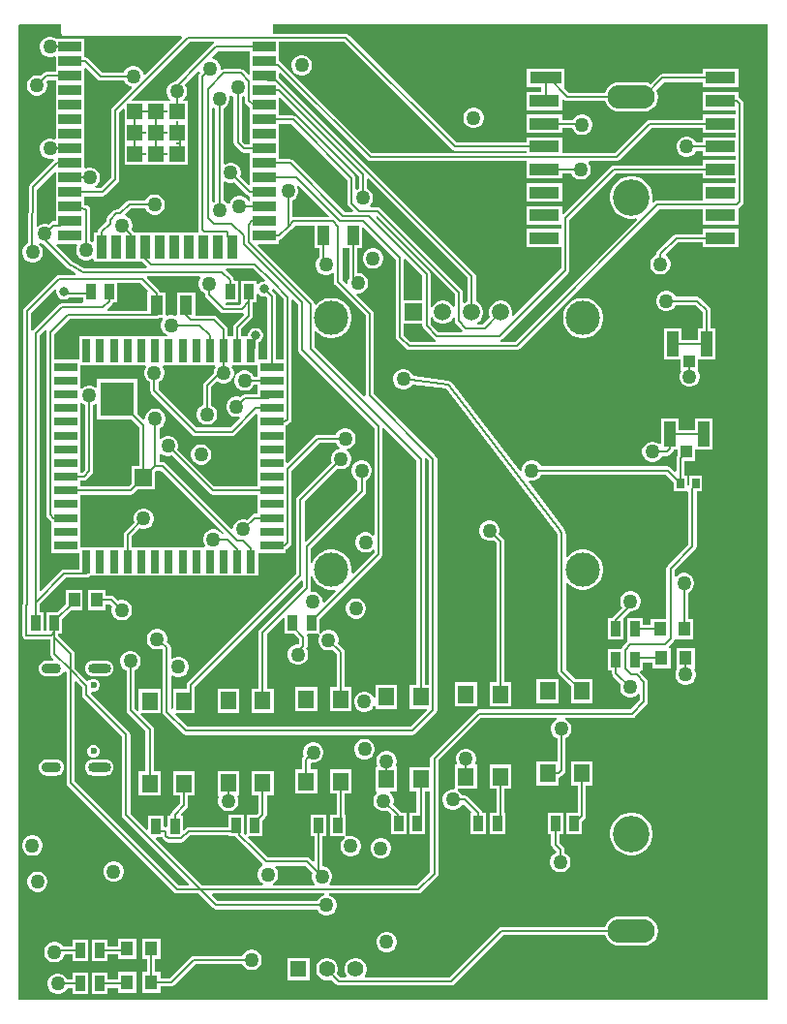
<source format=gtl>
G04*
G04 #@! TF.GenerationSoftware,Altium Limited,Altium Designer,24.5.2 (23)*
G04*
G04 Layer_Physical_Order=1*
G04 Layer_Color=255*
%FSLAX44Y44*%
%MOMM*%
G71*
G04*
G04 #@! TF.SameCoordinates,D1886AC5-69C4-4AC9-A439-FDEF45822962*
G04*
G04*
G04 #@! TF.FilePolarity,Positive*
G04*
G01*
G75*
%ADD13C,0.8000*%
%ADD19R,0.8500X1.3500*%
%ADD20R,1.4000X1.6000*%
%ADD21R,2.0000X0.8000*%
%ADD22R,0.8000X2.0000*%
%ADD23R,1.5000X1.5000*%
%ADD24R,3.0000X3.0000*%
%ADD25R,2.6000X1.1000*%
%ADD26R,2.8000X1.1000*%
%ADD27R,1.1000X1.7000*%
%ADD28R,2.0000X0.9000*%
%ADD29R,1.3300X1.3300*%
%ADD30R,0.9000X2.0000*%
%ADD31R,1.0000X1.2500*%
%ADD32R,1.1000X1.3000*%
%ADD33R,0.6400X0.8400*%
%ADD43R,1.0500X2.2000*%
%ADD48R,1.0000X1.0500*%
%ADD63C,0.1900*%
%ADD64O,1.7000X0.9000*%
%ADD65O,2.0000X0.9000*%
%ADD66C,0.6000*%
%ADD67O,4.1400X2.0700*%
%ADD68R,1.5080X1.5080*%
%ADD69C,0.3000*%
%ADD70C,1.5080*%
%ADD71C,1.4080*%
%ADD72R,1.4080X1.4080*%
%ADD73C,3.2000*%
%ADD74C,3.0000*%
%ADD75C,1.2700*%
G36*
X655320Y157480D02*
X0D01*
Y1009124D01*
X1270Y1009650D01*
X37360D01*
Y1002000D01*
X37557Y1001009D01*
X38119Y1000169D01*
X38959Y999607D01*
X39950Y999410D01*
X142280D01*
X142854Y998024D01*
X110645Y965815D01*
X109029Y966321D01*
X108614Y967869D01*
X107444Y969897D01*
X105789Y971552D01*
X103761Y972722D01*
X101500Y973328D01*
X99160D01*
X96899Y972722D01*
X94871Y971552D01*
X93216Y969897D01*
X92119Y967996D01*
X72856D01*
X60936Y979916D01*
X59782Y980688D01*
X58420Y980958D01*
X57490D01*
Y997140D01*
X32862D01*
X32789Y997214D01*
X30761Y998384D01*
X28500Y998990D01*
X26160D01*
X23898Y998384D01*
X21871Y997214D01*
X20216Y995559D01*
X19046Y993531D01*
X18440Y991271D01*
Y988930D01*
X19046Y986669D01*
X20216Y984641D01*
X21871Y982986D01*
X23898Y981816D01*
X26160Y981210D01*
X28500D01*
X30761Y981816D01*
X31111Y982018D01*
X32410Y981268D01*
Y968259D01*
X24138D01*
X22776Y967988D01*
X21622Y967216D01*
X19292Y964886D01*
X17172Y965454D01*
X14832D01*
X12571Y964848D01*
X10543Y963678D01*
X8888Y962023D01*
X7718Y959995D01*
X7112Y957734D01*
Y955394D01*
X7718Y953133D01*
X8888Y951105D01*
X10543Y949450D01*
X12571Y948280D01*
X14832Y947674D01*
X17172D01*
X19433Y948280D01*
X21461Y949450D01*
X23116Y951105D01*
X24286Y953133D01*
X24892Y955394D01*
Y957734D01*
X24324Y959854D01*
X25612Y961142D01*
X32410D01*
Y957660D01*
Y944960D01*
Y932260D01*
Y919560D01*
Y910091D01*
X31111Y909341D01*
X30863Y909484D01*
X28602Y910090D01*
X26262D01*
X24001Y909484D01*
X21973Y908314D01*
X20318Y906659D01*
X19148Y904632D01*
X18542Y902371D01*
Y900030D01*
X19148Y897769D01*
X20318Y895742D01*
X21973Y894086D01*
X24001Y892916D01*
X26262Y892310D01*
X28602D01*
X29893Y892656D01*
X31423Y891606D01*
X31428Y891593D01*
X31443Y891135D01*
X31266Y891016D01*
X31266Y891016D01*
X10232Y869983D01*
X10232Y869983D01*
X9676Y869426D01*
X9301Y868866D01*
X8918Y868305D01*
X8915Y868287D01*
X8905Y868272D01*
X8773Y867609D01*
X8634Y866946D01*
X8192Y823095D01*
X8163Y823095D01*
X8145Y822960D01*
X8182Y822676D01*
X8232Y821617D01*
X8232Y821617D01*
X8335Y818807D01*
X6733Y817882D01*
X5078Y816227D01*
X3908Y814199D01*
X3302Y811938D01*
Y809598D01*
X3908Y807337D01*
X5078Y805309D01*
X6733Y803654D01*
X8761Y802484D01*
X11022Y801878D01*
X13362D01*
X15623Y802484D01*
X17651Y803654D01*
X19306Y805309D01*
X20476Y807337D01*
X21082Y809598D01*
Y811938D01*
X20476Y814199D01*
X19306Y816227D01*
X17891Y817642D01*
X18812Y818842D01*
X19429Y818486D01*
X21619Y817899D01*
X43012Y796506D01*
X43224Y796364D01*
X43394Y796175D01*
X43824Y795852D01*
X44054Y795742D01*
X44249Y795579D01*
X50027Y792411D01*
X49655Y790958D01*
X35560D01*
X34198Y790687D01*
X33044Y789916D01*
X4850Y761722D01*
X4078Y760568D01*
X3808Y759206D01*
Y503875D01*
X3571Y503520D01*
X3300Y502158D01*
Y475996D01*
X3571Y474634D01*
X4342Y473480D01*
X5496Y472709D01*
X6858Y472438D01*
X27552D01*
Y459740D01*
X27822Y458378D01*
X28594Y457224D01*
X30531Y455287D01*
X29957Y453901D01*
X24750D01*
X22912Y453659D01*
X21200Y452950D01*
X19729Y451821D01*
X18601Y450351D01*
X17891Y448638D01*
X17650Y446800D01*
X17891Y444962D01*
X18601Y443250D01*
X19729Y441779D01*
X21200Y440651D01*
X22912Y439941D01*
X24750Y439700D01*
X32750D01*
X34588Y439941D01*
X36301Y440651D01*
X37771Y441779D01*
X38900Y443250D01*
X39169Y443901D01*
X40739Y444317D01*
X41654Y443574D01*
Y346964D01*
X41925Y345602D01*
X42696Y344448D01*
X135914Y251230D01*
X137068Y250459D01*
X138430Y250188D01*
X138430Y250188D01*
X157475D01*
X170148Y237514D01*
X170149Y237514D01*
X171303Y236742D01*
X172665Y236472D01*
X261029D01*
X262126Y234571D01*
X263781Y232916D01*
X265809Y231746D01*
X268070Y231140D01*
X270410D01*
X272671Y231746D01*
X274699Y232916D01*
X276354Y234571D01*
X277524Y236599D01*
X278130Y238860D01*
Y241200D01*
X277524Y243461D01*
X276354Y245489D01*
X274699Y247144D01*
X272671Y248314D01*
X271278Y248688D01*
X271475Y250188D01*
X349504D01*
X350866Y250459D01*
X352020Y251230D01*
X365990Y265200D01*
X365990Y265200D01*
X366762Y266354D01*
X367032Y267716D01*
Y367080D01*
X403810Y403858D01*
X470544D01*
X470801Y403150D01*
X470808Y402358D01*
X469013Y401322D01*
X467358Y399667D01*
X466188Y397639D01*
X465582Y395378D01*
Y393038D01*
X466188Y390777D01*
X467358Y388749D01*
X469013Y387094D01*
X470914Y385997D01*
Y365700D01*
X452980D01*
Y344620D01*
X472060D01*
Y351614D01*
X473362Y351873D01*
X474516Y352644D01*
X476988Y355116D01*
X477760Y356270D01*
X478030Y357632D01*
Y385997D01*
X479931Y387094D01*
X481586Y388749D01*
X482756Y390777D01*
X483362Y393038D01*
Y395378D01*
X482756Y397639D01*
X481586Y399667D01*
X479931Y401322D01*
X478136Y402358D01*
X478143Y403150D01*
X478400Y403858D01*
X536448D01*
X537810Y404128D01*
X538964Y404900D01*
X549312Y415248D01*
X549312Y415248D01*
X550084Y416402D01*
X550354Y417764D01*
X550354Y417764D01*
Y435422D01*
X550084Y436784D01*
X549312Y437938D01*
X549312Y437938D01*
X543380Y443870D01*
X543842Y445260D01*
X543928Y445370D01*
X545740D01*
Y452372D01*
X554070D01*
Y446890D01*
X570150D01*
Y464970D01*
X568898D01*
X568276Y466470D01*
X572492Y470686D01*
X572830Y471192D01*
X573800Y472290D01*
X574664Y472290D01*
X589880D01*
Y490370D01*
X585398D01*
Y513251D01*
X587298Y514348D01*
X588954Y516003D01*
X590124Y518031D01*
X590730Y520292D01*
Y522632D01*
X590124Y524893D01*
X588954Y526921D01*
X587298Y528576D01*
X585271Y529746D01*
X583010Y530352D01*
X580670D01*
X578408Y529746D01*
X576381Y528576D01*
X575034Y527229D01*
X573750Y527602D01*
X573534Y527753D01*
Y532688D01*
X591796Y550950D01*
X591796Y550950D01*
X592567Y552104D01*
X592838Y553466D01*
Y601590D01*
X597810D01*
Y615070D01*
X586330D01*
Y607747D01*
X585454Y607278D01*
X584610Y607829D01*
Y615070D01*
X582428D01*
Y628470D01*
X591740D01*
Y637970D01*
X606740D01*
Y665050D01*
X591160D01*
Y655068D01*
X577240D01*
Y665050D01*
X561660D01*
Y643531D01*
X560160Y642910D01*
X559687Y643384D01*
X557659Y644554D01*
X555398Y645160D01*
X553058D01*
X550797Y644554D01*
X548769Y643384D01*
X547114Y641729D01*
X545944Y639701D01*
X545338Y637440D01*
Y635100D01*
X545944Y632839D01*
X547114Y630811D01*
X548769Y629156D01*
X550797Y627986D01*
X553058Y627380D01*
X555398D01*
X557659Y627986D01*
X559687Y629156D01*
X561342Y630811D01*
X562439Y632712D01*
X566928D01*
X568290Y632982D01*
X569444Y633754D01*
X571966Y636276D01*
X571966Y636276D01*
X572738Y637430D01*
X572845Y637970D01*
X576660D01*
Y633502D01*
X576354Y633196D01*
X575583Y632042D01*
X575312Y630680D01*
Y619389D01*
X573926Y618815D01*
X570210Y622530D01*
X569056Y623302D01*
X567694Y623572D01*
X457029D01*
X455932Y625473D01*
X454277Y627128D01*
X452249Y628298D01*
X449988Y628904D01*
X447648D01*
X445387Y628298D01*
X443359Y627128D01*
X441704Y625473D01*
X440534Y623445D01*
X439928Y621184D01*
Y619914D01*
X438428Y619404D01*
X379329Y696249D01*
X379154Y696403D01*
X379025Y696596D01*
X378480Y697141D01*
X378092Y697400D01*
X377740Y697708D01*
X377519Y697783D01*
X377326Y697912D01*
X376868Y698003D01*
X376425Y698153D01*
X375784Y698236D01*
X345091Y702243D01*
X344834Y703201D01*
X343664Y705229D01*
X342009Y706884D01*
X339981Y708054D01*
X337720Y708660D01*
X335380D01*
X333119Y708054D01*
X331091Y706884D01*
X329436Y705229D01*
X328266Y703201D01*
X327660Y700940D01*
Y698600D01*
X328266Y696339D01*
X329436Y694311D01*
X331091Y692656D01*
X333119Y691486D01*
X335380Y690880D01*
X337720D01*
X339981Y691486D01*
X342009Y692656D01*
X343664Y694311D01*
X344169Y695187D01*
X374182Y691268D01*
X470752Y565699D01*
X471491Y563880D01*
Y444630D01*
X471762Y443269D01*
X472534Y442114D01*
X482980Y431668D01*
Y416620D01*
X502060D01*
Y437700D01*
X487012D01*
X478608Y446104D01*
Y521544D01*
X480108Y521816D01*
X482359Y519566D01*
X485232Y517646D01*
X488424Y516324D01*
X491812Y515650D01*
X495267D01*
X498656Y516324D01*
X501848Y517646D01*
X504721Y519566D01*
X507164Y522009D01*
X509084Y524882D01*
X510406Y528074D01*
X511080Y531463D01*
Y534918D01*
X510406Y538306D01*
X509084Y541498D01*
X507164Y544371D01*
X504721Y546814D01*
X501848Y548734D01*
X498656Y550056D01*
X495267Y550730D01*
X491812D01*
X488424Y550056D01*
X485232Y548734D01*
X482359Y546814D01*
X480108Y544564D01*
X478608Y544836D01*
Y564576D01*
X478475Y565244D01*
X478346Y565916D01*
X478206Y566259D01*
X477164Y568826D01*
X476900Y569226D01*
X476688Y569655D01*
X445560Y610131D01*
X446439Y611448D01*
X447648Y611124D01*
X449988D01*
X452249Y611730D01*
X454277Y612900D01*
X455932Y614555D01*
X457029Y616456D01*
X566220D01*
X573130Y609546D01*
Y601590D01*
X584222D01*
X584610Y601590D01*
X585722Y600652D01*
Y554940D01*
X567460Y536678D01*
X566688Y535524D01*
X566418Y534162D01*
Y490370D01*
X552800D01*
Y484888D01*
X545740D01*
Y490620D01*
X532160D01*
Y472040D01*
X532160D01*
X532549Y470701D01*
X532564Y470540D01*
X527836Y465812D01*
X527065Y464658D01*
X526924Y463950D01*
X515660D01*
Y445370D01*
X518892D01*
Y442875D01*
X519163Y441514D01*
X519934Y440359D01*
X526602Y433691D01*
X526034Y431572D01*
Y429231D01*
X526640Y426970D01*
X527810Y424943D01*
X529465Y423288D01*
X531493Y422117D01*
X533754Y421511D01*
X536094D01*
X538355Y422117D01*
X540383Y423288D01*
X541738Y424643D01*
X542988Y424289D01*
X543238Y424117D01*
Y419238D01*
X534974Y410974D01*
X402336D01*
X402336Y410974D01*
X400974Y410704D01*
X399820Y409932D01*
X360958Y371070D01*
X360187Y369916D01*
X359916Y368554D01*
Y360620D01*
X342010D01*
Y339540D01*
X347992D01*
Y320440D01*
X341820D01*
Y301860D01*
X355400D01*
Y320440D01*
X355109D01*
Y339540D01*
X359916D01*
Y269190D01*
X348030Y257304D01*
X271998D01*
X271377Y258804D01*
X272290Y259717D01*
X273460Y261745D01*
X274066Y264006D01*
Y266346D01*
X273460Y268607D01*
X272290Y270635D01*
X270635Y272290D01*
X268607Y273460D01*
X266346Y274066D01*
X265818D01*
Y300590D01*
X269050D01*
Y319170D01*
X255470D01*
Y300590D01*
X258702D01*
Y278642D01*
X257316Y278068D01*
X254738Y280646D01*
X253584Y281418D01*
X252222Y281688D01*
X217628D01*
X208510Y290806D01*
X200226Y299090D01*
X200848Y300590D01*
X213160D01*
Y314138D01*
X215876Y316854D01*
X215876Y316854D01*
X216647Y318008D01*
X216918Y319370D01*
X216918Y319370D01*
Y336170D01*
X222900D01*
Y357250D01*
X203820D01*
Y336170D01*
X209802D01*
Y320844D01*
X208128Y319170D01*
X199580D01*
Y301858D01*
X198080Y301236D01*
X196660Y302656D01*
Y319170D01*
X183080D01*
Y308358D01*
X148645D01*
X147284Y308088D01*
X146129Y307316D01*
X144696Y305882D01*
X143310Y306457D01*
Y317900D01*
X142174D01*
X141552Y319400D01*
X147056Y324904D01*
X147828Y326059D01*
X148099Y327420D01*
Y335730D01*
X154080D01*
Y356810D01*
X135000D01*
Y335730D01*
X140982D01*
Y328894D01*
X134004Y321916D01*
X133232Y320762D01*
X132962Y319400D01*
Y317900D01*
X129730D01*
Y309286D01*
X128277Y308279D01*
X126810Y308601D01*
Y317900D01*
X113230D01*
Y306457D01*
X111844Y305883D01*
X97538Y320189D01*
Y389172D01*
X97268Y390534D01*
X96496Y391688D01*
X63169Y425015D01*
X63233Y425823D01*
X64448Y426910D01*
X66652D01*
X68688Y427754D01*
X70246Y429312D01*
X71090Y431348D01*
Y433552D01*
X70246Y435588D01*
X68688Y437147D01*
X66652Y437990D01*
X64448D01*
X62412Y437147D01*
X61634Y436369D01*
X59629Y436254D01*
X48770Y447112D01*
Y459740D01*
X48499Y461102D01*
X47728Y462256D01*
X47728Y462256D01*
X34668Y475316D01*
Y477120D01*
X37900D01*
Y489927D01*
X45912Y497940D01*
X55960D01*
Y515520D01*
X40880D01*
Y502972D01*
X33608Y495700D01*
X24320D01*
Y479554D01*
X21400D01*
Y495700D01*
X18168D01*
Y503102D01*
X41174Y526108D01*
X59220D01*
X60582Y526379D01*
X61736Y527150D01*
X62217Y527870D01*
X209760D01*
Y547870D01*
X233760D01*
Y551084D01*
X233954Y551122D01*
X235108Y551894D01*
X237466Y554252D01*
X237466Y554252D01*
X238237Y555406D01*
X238508Y556768D01*
X238508Y556768D01*
Y619810D01*
X262840Y644142D01*
X277539D01*
X278636Y642241D01*
X280291Y640586D01*
X280770Y640310D01*
X280770Y639521D01*
X280495Y638736D01*
X278509Y638204D01*
X276481Y637034D01*
X274826Y635379D01*
X273656Y633351D01*
X273050Y631090D01*
Y628750D01*
X273618Y626630D01*
X243864Y596876D01*
X243092Y595722D01*
X242822Y594360D01*
Y529749D01*
X148074Y435002D01*
X147303Y433847D01*
X147032Y432485D01*
Y428810D01*
X135000D01*
Y411798D01*
X133500Y411023D01*
X133098Y411308D01*
Y440409D01*
X134598Y440990D01*
X136269Y440026D01*
X138530Y439420D01*
X140870D01*
X143131Y440026D01*
X145159Y441196D01*
X146814Y442851D01*
X147984Y444879D01*
X148590Y447140D01*
Y449480D01*
X147984Y451741D01*
X146814Y453769D01*
X145159Y455424D01*
X143131Y456594D01*
X140870Y457200D01*
X138530D01*
X136269Y456594D01*
X134598Y455630D01*
X133098Y456211D01*
Y465157D01*
X133098Y465157D01*
X132828Y466519D01*
X132056Y467673D01*
X132056Y467673D01*
X131369Y468360D01*
X131231Y468453D01*
X131126Y468582D01*
X129447Y469975D01*
X129794Y471270D01*
Y473610D01*
X129188Y475871D01*
X128018Y477899D01*
X126363Y479554D01*
X124335Y480724D01*
X122074Y481330D01*
X119734D01*
X117473Y480724D01*
X115445Y479554D01*
X113790Y477899D01*
X112620Y475871D01*
X112014Y473610D01*
Y471270D01*
X112620Y469009D01*
X113790Y466981D01*
X115445Y465326D01*
X117473Y464156D01*
X119734Y463550D01*
X122074D01*
X124335Y464156D01*
X124913Y464489D01*
X125982Y463603D01*
Y408940D01*
X126252Y407578D01*
X127024Y406424D01*
X143534Y389914D01*
X144688Y389142D01*
X146050Y388872D01*
X146050Y388872D01*
X344678D01*
X346040Y389142D01*
X347194Y389914D01*
X364852Y407572D01*
X365624Y408726D01*
X365894Y410088D01*
Y630042D01*
X365624Y631404D01*
X364852Y632558D01*
X364852Y632558D01*
X310390Y687020D01*
Y757174D01*
X310390Y757174D01*
X310119Y758536D01*
X309348Y759690D01*
X309348Y759690D01*
X295584Y773454D01*
X296206Y774954D01*
X297842D01*
X300103Y775560D01*
X302131Y776730D01*
X303786Y778385D01*
X304956Y780413D01*
X305562Y782674D01*
Y785014D01*
X304956Y787275D01*
X303786Y789303D01*
X302131Y790958D01*
X300103Y792128D01*
X297842Y792734D01*
X295959D01*
Y814460D01*
X300440D01*
Y831758D01*
X301826Y832332D01*
X329690Y804468D01*
Y736854D01*
X329961Y735492D01*
X330732Y734338D01*
X338860Y726210D01*
X338860Y726210D01*
X340014Y725439D01*
X341376Y725168D01*
X435356D01*
X436718Y725439D01*
X437872Y726210D01*
X560274Y848612D01*
X598200D01*
Y834920D01*
X629280D01*
Y848903D01*
X630404Y849654D01*
X632944Y852194D01*
X632944Y852194D01*
X633716Y853348D01*
X633986Y854710D01*
Y940816D01*
X633986Y940816D01*
X633716Y942178D01*
X632944Y943332D01*
X632944Y943332D01*
X630800Y945476D01*
X629646Y946247D01*
X629280Y946320D01*
Y951000D01*
X598200D01*
Y934920D01*
X626870D01*
Y931000D01*
X598200D01*
Y926518D01*
X551866D01*
X550504Y926247D01*
X549350Y925476D01*
X521258Y897384D01*
X475280D01*
Y911000D01*
X444200D01*
Y906518D01*
X382992D01*
X288774Y1000736D01*
X287620Y1001507D01*
X286258Y1001778D01*
X222722D01*
X222540Y1002000D01*
Y1009650D01*
X655320D01*
Y157480D01*
D02*
G37*
G36*
X202410Y983060D02*
Y970360D01*
Y966124D01*
X201024Y965550D01*
X196826Y969748D01*
X195672Y970519D01*
X194310Y970790D01*
X179578D01*
X178216Y970519D01*
X177754Y970210D01*
X176276Y971027D01*
Y972466D01*
X175670Y974727D01*
X174500Y976755D01*
X172845Y978410D01*
X170817Y979580D01*
X169663Y979890D01*
X169215Y981562D01*
X174194Y986542D01*
X202410D01*
Y983060D01*
D02*
G37*
G36*
X171020Y993162D02*
X170204Y992616D01*
X170204Y992616D01*
X160952Y983364D01*
X160832Y983340D01*
X159678Y982569D01*
X154985Y977876D01*
X154213Y976722D01*
X154190Y976602D01*
X137708Y960120D01*
X137260D01*
X134999Y959514D01*
X132971Y958344D01*
X131316Y956689D01*
X130146Y954661D01*
X129540Y952400D01*
Y950060D01*
X130146Y947799D01*
X131316Y945771D01*
X132948Y944140D01*
X132945Y944029D01*
X132528Y942640D01*
X99494D01*
X98920Y944026D01*
X149556Y994662D01*
X170660D01*
X171020Y993162D01*
D02*
G37*
G36*
X305078Y891310D02*
X306232Y890538D01*
X307594Y890268D01*
X444200D01*
Y874920D01*
X475280D01*
Y879401D01*
X483279D01*
X484376Y877501D01*
X486031Y875846D01*
X488059Y874676D01*
X490320Y874070D01*
X492660D01*
X494921Y874676D01*
X496949Y875846D01*
X498604Y877501D01*
X499774Y879529D01*
X500380Y881789D01*
Y884130D01*
X499774Y886391D01*
X498604Y888419D01*
X498255Y888768D01*
X498876Y890268D01*
X522732D01*
X524094Y890538D01*
X525248Y891310D01*
X553340Y919401D01*
X598200D01*
Y914920D01*
X626870D01*
Y911000D01*
X598200D01*
Y906518D01*
X592421D01*
X591324Y908418D01*
X589669Y910074D01*
X587642Y911244D01*
X585381Y911850D01*
X583040D01*
X580779Y911244D01*
X578752Y910074D01*
X577096Y908418D01*
X575926Y906391D01*
X575320Y904130D01*
Y901789D01*
X575926Y899528D01*
X577096Y897501D01*
X578752Y895846D01*
X580779Y894676D01*
X583040Y894070D01*
X585381D01*
X587642Y894676D01*
X589669Y895846D01*
X591324Y897501D01*
X592421Y899401D01*
X598200D01*
Y894920D01*
X626870D01*
Y891000D01*
X598200D01*
Y886518D01*
X520502D01*
X520502Y886518D01*
X519140Y886247D01*
X517986Y885476D01*
X476780Y844270D01*
X475280Y844892D01*
Y851000D01*
X444200D01*
Y834920D01*
X474724D01*
Y831000D01*
X444200D01*
Y814920D01*
X474724D01*
Y796748D01*
X432700Y754724D01*
X431355Y755501D01*
X431720Y756863D01*
Y759517D01*
X431033Y762081D01*
X429706Y764379D01*
X427829Y766256D01*
X425531Y767583D01*
X422967Y768270D01*
X420313D01*
X417749Y767583D01*
X415451Y766256D01*
X413574Y764379D01*
X412247Y762081D01*
X411560Y759517D01*
Y756863D01*
X412247Y754299D01*
X412419Y754001D01*
X406196Y747778D01*
X401367D01*
X400965Y749278D01*
X402429Y750124D01*
X404306Y752001D01*
X405633Y754299D01*
X406320Y756863D01*
Y759517D01*
X405633Y762081D01*
X404306Y764379D01*
X402429Y766256D01*
X400131Y767583D01*
X399798Y767672D01*
Y790146D01*
X399528Y791507D01*
X398756Y792662D01*
X227752Y963666D01*
X227490Y963841D01*
Y966938D01*
X228876Y967512D01*
X305078Y891310D01*
D02*
G37*
G36*
X197864Y946554D02*
Y943110D01*
X198134Y941748D01*
X198906Y940594D01*
X202410Y937090D01*
Y932260D01*
Y919560D01*
Y904759D01*
X198062D01*
X195074Y907746D01*
Y946575D01*
X196364Y947319D01*
X197864Y946554D01*
D02*
G37*
G36*
X379002Y900444D02*
X379002Y900444D01*
X380156Y899672D01*
X381518Y899401D01*
X381518Y899401D01*
X444200D01*
Y897384D01*
X309068D01*
X229203Y977249D01*
X228049Y978020D01*
X227490Y978132D01*
Y983060D01*
Y994662D01*
X284784D01*
X379002Y900444D01*
D02*
G37*
G36*
X158342Y968797D02*
X158662Y967604D01*
X158046Y966989D01*
X157275Y965834D01*
X157004Y964473D01*
Y830487D01*
X157275Y829125D01*
X157332Y829040D01*
X156530Y827540D01*
X101524D01*
X101488Y827722D01*
X100716Y828876D01*
X99000Y830592D01*
X99568Y832712D01*
Y835052D01*
X98962Y837313D01*
X97792Y839341D01*
X96137Y840996D01*
X94109Y842166D01*
X93461Y842340D01*
X93073Y843789D01*
X98150Y848866D01*
X110661D01*
X111758Y846965D01*
X113413Y845310D01*
X115441Y844140D01*
X117702Y843534D01*
X120042D01*
X122303Y844140D01*
X124331Y845310D01*
X125986Y846965D01*
X127156Y848993D01*
X127762Y851254D01*
Y853594D01*
X127156Y855855D01*
X125986Y857883D01*
X124331Y859538D01*
X122303Y860708D01*
X120042Y861314D01*
X117702D01*
X115441Y860708D01*
X113413Y859538D01*
X111758Y857883D01*
X110661Y855982D01*
X96676D01*
X96676Y855982D01*
X95314Y855712D01*
X94160Y854940D01*
X94160Y854940D01*
X87267Y848047D01*
X85344D01*
X83982Y847776D01*
X82828Y847005D01*
X77502Y841679D01*
X76731Y840525D01*
X76460Y839163D01*
Y837241D01*
X70284Y831064D01*
X69513Y829910D01*
X69242Y828548D01*
Y827540D01*
X65760D01*
Y820223D01*
X64260Y819625D01*
X62740Y820503D01*
Y848114D01*
X62659Y848522D01*
X62644Y848937D01*
X62525Y849196D01*
X62470Y849476D01*
X62238Y849821D01*
X62065Y850199D01*
X61856Y850393D01*
X61698Y850630D01*
X61353Y850861D01*
X61048Y851144D01*
X60781Y851243D01*
X60544Y851402D01*
X60136Y851483D01*
X59746Y851628D01*
X57490Y851990D01*
Y859542D01*
X73152D01*
X74514Y859813D01*
X75668Y860584D01*
X87098Y872014D01*
X87870Y873168D01*
X88140Y874530D01*
Y933246D01*
X91024Y936130D01*
X92410Y935556D01*
Y924260D01*
Y905910D01*
Y887560D01*
X147490D01*
Y905910D01*
Y924260D01*
Y942640D01*
X144332D01*
X143915Y944029D01*
X143912Y944140D01*
X145544Y945771D01*
X146714Y947799D01*
X147320Y950060D01*
Y952400D01*
X146714Y954661D01*
X145544Y956689D01*
X144942Y957290D01*
X156849Y969197D01*
X158342Y968797D01*
D02*
G37*
G36*
X186057Y947672D02*
X187958Y946575D01*
Y906272D01*
X188228Y904910D01*
X189000Y903756D01*
X194072Y898684D01*
X195226Y897913D01*
X196588Y897642D01*
X202410D01*
Y894160D01*
Y881460D01*
Y870274D01*
X200910Y869652D01*
X193742Y876820D01*
X194310Y878940D01*
Y881280D01*
X193704Y883541D01*
X192534Y885569D01*
X190879Y887224D01*
X188851Y888394D01*
X186590Y889000D01*
X184250D01*
X181989Y888394D01*
X180572Y887577D01*
X179072Y888342D01*
Y936669D01*
X180973Y937766D01*
X182628Y939421D01*
X183798Y941449D01*
X184404Y943710D01*
Y946050D01*
X183982Y947627D01*
X185326Y948403D01*
X186057Y947672D01*
D02*
G37*
G36*
X68866Y961922D02*
X68866Y961922D01*
X70020Y961151D01*
X71382Y960880D01*
X92119D01*
X93216Y958979D01*
X94871Y957324D01*
X96899Y956154D01*
X98447Y955739D01*
X98953Y954123D01*
X82066Y937236D01*
X81294Y936082D01*
X81024Y934720D01*
Y876004D01*
X71678Y866658D01*
X67190D01*
X66788Y868158D01*
X67689Y868678D01*
X69344Y870333D01*
X70514Y872361D01*
X71120Y874622D01*
Y876962D01*
X70514Y879223D01*
X69344Y881251D01*
X67689Y882906D01*
X65661Y884076D01*
X63400Y884682D01*
X61060D01*
X58990Y884127D01*
X57913Y884576D01*
X57490Y884821D01*
Y894160D01*
Y906860D01*
Y919560D01*
Y932260D01*
Y944960D01*
Y957660D01*
Y971338D01*
X58876Y971912D01*
X68866Y961922D01*
D02*
G37*
G36*
X297432Y877366D02*
Y866223D01*
X296208Y865516D01*
X294708Y866329D01*
Y875382D01*
X294437Y876744D01*
X293666Y877898D01*
X242448Y929116D01*
X241293Y929888D01*
X239931Y930158D01*
X227490D01*
Y945348D01*
X228876Y945922D01*
X297432Y877366D01*
D02*
G37*
G36*
X181989Y871826D02*
X184250Y871220D01*
X186590D01*
X188710Y871788D01*
X199914Y860584D01*
X199914Y860584D01*
X201068Y859813D01*
X202410Y859546D01*
Y855451D01*
X200910Y855049D01*
X200154Y856359D01*
X198499Y858014D01*
X196471Y859184D01*
X194210Y859790D01*
X191870D01*
X189609Y859184D01*
X187581Y858014D01*
X185926Y856359D01*
X184756Y854331D01*
X184512Y853420D01*
X183978Y853180D01*
X182866Y853073D01*
X181481Y854458D01*
X179453Y855628D01*
X179072Y855730D01*
Y871878D01*
X180572Y872644D01*
X181989Y871826D01*
D02*
G37*
G36*
X171956Y936669D02*
Y855262D01*
X170666Y854517D01*
X169880Y854725D01*
X169166Y855021D01*
Y936648D01*
X170666Y937413D01*
X171956Y936669D01*
D02*
G37*
G36*
X598200Y874920D02*
X626870D01*
Y871000D01*
X598200D01*
Y855728D01*
X558800D01*
X557438Y855458D01*
X556284Y854686D01*
X555443Y853845D01*
X554060Y854584D01*
X554480Y856694D01*
Y860346D01*
X553768Y863928D01*
X552370Y867302D01*
X550341Y870339D01*
X547759Y872921D01*
X544722Y874950D01*
X541348Y876348D01*
X537766Y877060D01*
X534114D01*
X530532Y876348D01*
X527158Y874950D01*
X524121Y872921D01*
X521539Y870339D01*
X519510Y867302D01*
X518112Y863928D01*
X517400Y860346D01*
Y856694D01*
X518112Y853112D01*
X519510Y849738D01*
X521539Y846701D01*
X524121Y844119D01*
X527158Y842090D01*
X530532Y840693D01*
X534114Y839980D01*
X537766D01*
X539876Y840400D01*
X540615Y839017D01*
X433882Y732284D01*
X421444D01*
X421296Y733784D01*
X421478Y733820D01*
X422632Y734592D01*
X480798Y792758D01*
X481570Y793912D01*
X481840Y795274D01*
Y839266D01*
X521976Y879401D01*
X598200D01*
Y874920D01*
D02*
G37*
G36*
X287591Y873908D02*
Y853440D01*
X287862Y852078D01*
X288633Y850924D01*
X292481Y847077D01*
X291907Y845691D01*
X285183D01*
X239857Y891016D01*
X238703Y891788D01*
X237341Y892058D01*
X227490D01*
Y906860D01*
Y919560D01*
Y923042D01*
X238458D01*
X287591Y873908D01*
D02*
G37*
G36*
X271201Y842636D02*
X270627Y841250D01*
X240284D01*
X240284Y841250D01*
X239148Y842182D01*
Y855897D01*
X241049Y856994D01*
X242704Y858649D01*
X243874Y860677D01*
X244480Y862938D01*
Y865278D01*
X243874Y867539D01*
X243461Y868256D01*
X244661Y869177D01*
X271201Y842636D01*
D02*
G37*
G36*
X32410Y879974D02*
Y868760D01*
Y856060D01*
Y843360D01*
Y837709D01*
X30240D01*
X28878Y837438D01*
X27724Y836666D01*
X26150Y835092D01*
X24030Y835660D01*
X21690D01*
X19429Y835054D01*
X17401Y833884D01*
X16913Y833395D01*
X15419Y834023D01*
X15736Y865421D01*
X30910Y880596D01*
X32410Y879974D01*
D02*
G37*
G36*
X51323Y816460D02*
X50898Y815723D01*
X50292Y813462D01*
Y811122D01*
X50898Y808861D01*
X52068Y806833D01*
X53723Y805178D01*
X55751Y804008D01*
X58012Y803402D01*
X60352D01*
X62613Y804008D01*
X64260Y804958D01*
X65760Y804361D01*
Y802460D01*
X108181D01*
X108384Y802156D01*
X112466Y798073D01*
X111845Y796573D01*
X57241D01*
X47891Y801698D01*
X47866Y801717D01*
X33122Y816460D01*
X33744Y817960D01*
X50457D01*
X51323Y816460D01*
D02*
G37*
G36*
X288842Y788116D02*
X288850Y788076D01*
X288388Y787275D01*
X287782Y785014D01*
Y783378D01*
X286282Y782756D01*
X282958Y786080D01*
Y814223D01*
X284360Y814460D01*
Y814460D01*
X288842D01*
Y788116D01*
D02*
G37*
G36*
X215236Y786550D02*
X214643Y785050D01*
X213769D01*
X212106Y784604D01*
X210614Y783743D01*
X209580Y782709D01*
X208822Y782840D01*
X208080Y783245D01*
Y785260D01*
X194500D01*
Y766680D01*
X194500D01*
X194788Y765986D01*
X193598Y764796D01*
X181210D01*
X180941Y765180D01*
X181723Y766680D01*
X191580D01*
Y785260D01*
X188348D01*
Y786012D01*
X188078Y787373D01*
X187306Y788528D01*
X181013Y794821D01*
X181635Y796321D01*
X204808D01*
X215236Y786550D01*
D02*
G37*
G36*
X353058Y790113D02*
Y768270D01*
X336806D01*
Y804242D01*
X338306Y804864D01*
X353058Y790113D01*
D02*
G37*
G36*
X392682Y788672D02*
Y767672D01*
X392349Y767583D01*
X390051Y766256D01*
X389754Y765959D01*
X388368Y766533D01*
Y775809D01*
X388097Y777171D01*
X387326Y778326D01*
X387326Y778326D01*
X316563Y849089D01*
X315408Y849860D01*
X314047Y850131D01*
X307803D01*
X307182Y851631D01*
X308104Y852553D01*
X309274Y854581D01*
X309880Y856842D01*
Y859182D01*
X309274Y861443D01*
X308104Y863471D01*
X306449Y865126D01*
X304548Y866223D01*
Y874845D01*
X305934Y875419D01*
X392682Y788672D01*
D02*
G37*
G36*
X33081Y777767D02*
X32830Y776831D01*
Y775109D01*
X33276Y773446D01*
X34137Y771954D01*
X35354Y770737D01*
X36846Y769876D01*
X38509Y769430D01*
X40231D01*
X41894Y769876D01*
X43386Y770737D01*
X43893Y771245D01*
X43933D01*
X44450Y771142D01*
X44450Y771142D01*
X56080D01*
Y766680D01*
X54889Y765934D01*
X37460D01*
X37460Y765934D01*
X36098Y765663D01*
X34944Y764892D01*
X34944Y764892D01*
X12424Y742373D01*
X11121Y742779D01*
X10924Y742927D01*
Y757732D01*
X31736Y778544D01*
X33081Y777767D01*
D02*
G37*
G36*
X381252Y774336D02*
Y763316D01*
X379752Y762915D01*
X378906Y764379D01*
X377029Y766256D01*
X374731Y767583D01*
X372167Y768270D01*
X369513D01*
X366949Y767583D01*
X364651Y766256D01*
X362774Y764379D01*
X361674Y762475D01*
X360174Y762877D01*
Y791586D01*
X359903Y792948D01*
X359132Y794103D01*
X312757Y840478D01*
X313250Y842106D01*
X313443Y842144D01*
X381252Y774336D01*
D02*
G37*
G36*
X113098Y776966D02*
X112524Y775580D01*
X112310D01*
Y759462D01*
X77890D01*
X77269Y760962D01*
X81886Y765580D01*
X82621Y766680D01*
X86160D01*
Y783842D01*
X106222D01*
X113098Y776966D01*
D02*
G37*
G36*
X362774Y752001D02*
X364651Y750124D01*
X366949Y748797D01*
X369513Y748110D01*
X372167D01*
X374731Y748797D01*
X377029Y750124D01*
X378906Y752001D01*
X379752Y753465D01*
X381252Y753064D01*
Y750570D01*
X381522Y749208D01*
X382294Y748054D01*
X388181Y742166D01*
X387560Y740666D01*
X367234D01*
X360174Y747726D01*
Y753503D01*
X361674Y753905D01*
X362774Y752001D01*
D02*
G37*
G36*
X158764Y787956D02*
X157984Y786605D01*
X157379Y784344D01*
Y782004D01*
X157984Y779743D01*
X159155Y777715D01*
X160810Y776060D01*
X162710Y774963D01*
Y773785D01*
X162981Y772424D01*
X163752Y771269D01*
X176300Y758722D01*
X176300Y758722D01*
X177454Y757951D01*
X178816Y757680D01*
X178816Y757680D01*
X195072D01*
X195369Y757739D01*
X196767Y756601D01*
X196782Y755849D01*
X188704Y747771D01*
X187932Y746617D01*
X187661Y745255D01*
Y736950D01*
X182778D01*
Y743308D01*
X182507Y744670D01*
X181736Y745824D01*
X181736Y745824D01*
X173204Y754356D01*
X172050Y755127D01*
X170688Y755398D01*
X154390D01*
Y775580D01*
X138310D01*
Y755661D01*
X137011Y754911D01*
X136781Y755044D01*
X134520Y755650D01*
X132180D01*
X129919Y755044D01*
X129689Y754911D01*
X128390Y755661D01*
Y775580D01*
X123742D01*
X123637Y776108D01*
X122866Y777262D01*
X112058Y788071D01*
X112632Y789456D01*
X157952D01*
X158764Y787956D01*
D02*
G37*
G36*
X258360Y814460D02*
X262841D01*
Y806274D01*
X261618Y805051D01*
X260448Y803023D01*
X259842Y800762D01*
Y798422D01*
X260448Y796161D01*
X261618Y794133D01*
X263273Y792478D01*
X265301Y791308D01*
X267562Y790702D01*
X269902D01*
X272163Y791308D01*
X274191Y792478D01*
X274456Y792744D01*
X275842Y792169D01*
Y784606D01*
X276112Y783244D01*
X276884Y782090D01*
X303274Y755700D01*
Y685590D01*
X303176Y685498D01*
X301880Y684862D01*
X258608Y728134D01*
Y741544D01*
X260108Y741816D01*
X262359Y739566D01*
X265232Y737646D01*
X268424Y736324D01*
X271813Y735650D01*
X275268D01*
X278656Y736324D01*
X281849Y737646D01*
X284721Y739566D01*
X287164Y742009D01*
X289084Y744882D01*
X290406Y748074D01*
X291080Y751462D01*
Y754917D01*
X290406Y758306D01*
X289084Y761498D01*
X287164Y764371D01*
X284721Y766814D01*
X281849Y768734D01*
X278656Y770056D01*
X275268Y770730D01*
X271813D01*
X268424Y770056D01*
X265232Y768734D01*
X262359Y766814D01*
X260108Y764563D01*
X258608Y764835D01*
Y765465D01*
X258337Y766826D01*
X257566Y767981D01*
X208973Y816574D01*
X209547Y817960D01*
X227490D01*
Y821442D01*
X227592D01*
X228954Y821713D01*
X230108Y822484D01*
X238106Y830482D01*
X238106Y830482D01*
X241758Y834134D01*
X258360D01*
Y814460D01*
D02*
G37*
G36*
X353058Y746252D02*
X353329Y744890D01*
X354100Y743736D01*
X363244Y734592D01*
X364398Y733820D01*
X364580Y733784D01*
X364432Y732284D01*
X342850D01*
X336806Y738328D01*
Y748110D01*
X353058D01*
Y746252D01*
D02*
G37*
G36*
X231392Y769743D02*
Y716950D01*
X224778D01*
Y772319D01*
X224507Y773681D01*
X223736Y774836D01*
X222623Y775949D01*
X222566Y775987D01*
X222526Y776042D01*
X221366Y777118D01*
X221517Y778224D01*
X222987Y778758D01*
X231392Y769743D01*
D02*
G37*
G36*
X210614Y773277D02*
X212106Y772416D01*
X213769Y771970D01*
X215491D01*
X216235Y772169D01*
X217638Y770869D01*
X217661Y770846D01*
Y716950D01*
X209760D01*
Y727116D01*
X209828Y727460D01*
Y731945D01*
X211026Y732637D01*
X212243Y733854D01*
X213104Y735346D01*
X213550Y737009D01*
Y738731D01*
X213104Y740394D01*
X212243Y741886D01*
X211026Y743103D01*
X209534Y743964D01*
X207871Y744410D01*
X206149D01*
X204486Y743964D01*
X202994Y743103D01*
X201777Y741886D01*
X200916Y740394D01*
X200470Y738731D01*
Y737009D01*
X200425Y736950D01*
X194778D01*
Y743781D01*
X203806Y752809D01*
X204577Y753963D01*
X204848Y755325D01*
Y766680D01*
X208080D01*
Y773775D01*
X208822Y774180D01*
X209580Y774311D01*
X210614Y773277D01*
D02*
G37*
G36*
X126110Y752000D02*
X125066Y750191D01*
X124460Y747930D01*
Y745590D01*
X125066Y743329D01*
X126236Y741301D01*
X127891Y739646D01*
X129919Y738476D01*
X130015Y738450D01*
X129817Y736950D01*
X52680D01*
Y716950D01*
X31244D01*
Y739190D01*
X44400Y752346D01*
X120350D01*
X121712Y752617D01*
X122866Y753388D01*
X122941Y753500D01*
X125630D01*
X126110Y752000D01*
D02*
G37*
G36*
X208680Y701968D02*
X205800D01*
X204703Y703869D01*
X203048Y705524D01*
X201021Y706694D01*
X198760Y707300D01*
X196419D01*
X194158Y706694D01*
X192131Y705524D01*
X190476Y703869D01*
X189305Y701842D01*
X188700Y699581D01*
Y697240D01*
X189305Y694979D01*
X190476Y692952D01*
X192131Y691296D01*
X194158Y690126D01*
X196419Y689520D01*
X198760D01*
X201021Y690126D01*
X203048Y691296D01*
X204703Y692952D01*
X205800Y694852D01*
X208680D01*
Y686918D01*
X198220D01*
X196858Y686648D01*
X195704Y685876D01*
X193790Y683962D01*
X191670Y684530D01*
X189330D01*
X187069Y683924D01*
X185041Y682754D01*
X183386Y681099D01*
X182216Y679071D01*
X181610Y676810D01*
Y674470D01*
X182216Y672209D01*
X183386Y670181D01*
X185041Y668526D01*
X187069Y667356D01*
X189330Y666750D01*
X191670D01*
X192736Y667035D01*
X193512Y665691D01*
X185176Y657354D01*
X155906D01*
X122176Y691084D01*
Y697147D01*
X124077Y698244D01*
X125732Y699899D01*
X126902Y701927D01*
X127508Y704188D01*
Y706528D01*
X126902Y708789D01*
X125990Y710370D01*
X126635Y711870D01*
X171581D01*
X171872Y711166D01*
X172068Y710370D01*
X170936Y708408D01*
X170330Y706147D01*
Y704802D01*
X162076Y696548D01*
X161304Y695394D01*
X161034Y694032D01*
Y676993D01*
X159133Y675896D01*
X157478Y674241D01*
X156308Y672213D01*
X155702Y669952D01*
Y667612D01*
X156308Y665351D01*
X157478Y663323D01*
X159133Y661668D01*
X161161Y660498D01*
X163422Y659892D01*
X165762D01*
X168023Y660498D01*
X170051Y661668D01*
X171706Y663323D01*
X172876Y665351D01*
X173482Y667612D01*
Y669952D01*
X172876Y672213D01*
X171706Y674241D01*
X170051Y675896D01*
X168150Y676993D01*
Y692558D01*
X173608Y698016D01*
X173761Y697863D01*
X175788Y696693D01*
X178050Y696087D01*
X180390D01*
X182651Y696693D01*
X184678Y697863D01*
X186334Y699518D01*
X187504Y701546D01*
X188110Y703807D01*
Y706147D01*
X187504Y708408D01*
X186371Y710370D01*
X186567Y711166D01*
X186859Y711870D01*
X208680D01*
Y701968D01*
D02*
G37*
G36*
X56263Y678178D02*
X58164Y677081D01*
Y620710D01*
X55422Y617969D01*
X53760D01*
Y631870D01*
Y643870D01*
Y655870D01*
Y667870D01*
Y678560D01*
X55260Y679182D01*
X56263Y678178D01*
D02*
G37*
G36*
X111246Y710370D02*
X110334Y708789D01*
X109728Y706528D01*
Y704188D01*
X110334Y701927D01*
X111504Y699899D01*
X113159Y698244D01*
X115060Y697147D01*
Y689610D01*
X115330Y688248D01*
X116102Y687094D01*
X151916Y651280D01*
X153070Y650508D01*
X154432Y650238D01*
X186650D01*
X188012Y650508D01*
X189166Y651280D01*
X207294Y669408D01*
X208680Y668834D01*
Y655870D01*
Y643870D01*
Y631870D01*
Y619870D01*
Y605968D01*
X170970D01*
X138878Y638060D01*
X139446Y640180D01*
Y642520D01*
X138840Y644781D01*
X137670Y646809D01*
X136015Y648464D01*
X133987Y649634D01*
X131726Y650240D01*
X129386D01*
X127125Y649634D01*
X125097Y648464D01*
X124438Y647805D01*
X122938Y648426D01*
Y657015D01*
X124839Y658112D01*
X126494Y659767D01*
X127664Y661795D01*
X128270Y664056D01*
Y666396D01*
X127664Y668657D01*
X126494Y670685D01*
X124839Y672340D01*
X122811Y673510D01*
X120550Y674116D01*
X118210D01*
X115949Y673510D01*
X113921Y672340D01*
X112266Y670685D01*
X111096Y668657D01*
X110490Y666396D01*
Y665042D01*
X108990Y664426D01*
X103760Y669720D01*
Y699950D01*
X68680D01*
Y692866D01*
X67294Y692292D01*
X67181Y692406D01*
X65153Y693576D01*
X62892Y694182D01*
X60552D01*
X58291Y693576D01*
X56263Y692406D01*
X55260Y691403D01*
X54066Y691775D01*
X53760Y692024D01*
Y703870D01*
Y711870D01*
X110601D01*
X111246Y710370D01*
D02*
G37*
G36*
X68680Y677718D02*
Y664870D01*
X98547D01*
X105662Y657669D01*
Y623450D01*
X99180D01*
Y608402D01*
X96746Y605968D01*
X53760D01*
Y610852D01*
X56896D01*
X58258Y611123D01*
X59412Y611894D01*
X64238Y616720D01*
X64238Y616720D01*
X65009Y617874D01*
X65280Y619236D01*
X65280Y619236D01*
Y677081D01*
X67181Y678178D01*
X67294Y678292D01*
X68680Y677718D01*
D02*
G37*
G36*
X125097Y634236D02*
X127125Y633066D01*
X129386Y632460D01*
X131726D01*
X133846Y633028D01*
X166980Y599894D01*
X166980Y599894D01*
X168134Y599122D01*
X169496Y598851D01*
X169496Y598851D01*
X208680D01*
Y595870D01*
Y581968D01*
X206300D01*
X204938Y581697D01*
X203784Y580926D01*
X199632Y576774D01*
X197512Y577342D01*
X195172D01*
X192911Y576736D01*
X190883Y575566D01*
X189228Y573911D01*
X188058Y571883D01*
X187452Y569622D01*
Y569256D01*
X185952Y568634D01*
X128500Y626086D01*
X127346Y626857D01*
X125984Y627128D01*
X122938D01*
Y634274D01*
X124438Y634895D01*
X125097Y634236D01*
D02*
G37*
G36*
X179279Y565242D02*
X178680Y563720D01*
X178057Y563698D01*
X177294Y565021D01*
X175639Y566676D01*
X173611Y567846D01*
X171350Y568452D01*
X169010D01*
X166749Y567846D01*
X164721Y566676D01*
X163066Y565021D01*
X161896Y562993D01*
X161290Y560732D01*
Y558392D01*
X161896Y556131D01*
X162866Y554450D01*
X162293Y552950D01*
X98778D01*
Y558649D01*
X98808Y558800D01*
X98808Y558800D01*
Y562406D01*
X105930Y569528D01*
X108050Y568960D01*
X110390D01*
X112651Y569566D01*
X114679Y570736D01*
X116334Y572391D01*
X117504Y574419D01*
X118110Y576680D01*
Y579020D01*
X117504Y581281D01*
X116334Y583309D01*
X114679Y584964D01*
X112651Y586134D01*
X110390Y586740D01*
X108050D01*
X105789Y586134D01*
X103761Y584964D01*
X102106Y583309D01*
X100936Y581281D01*
X100330Y579020D01*
Y576680D01*
X100898Y574560D01*
X92734Y566396D01*
X91962Y565242D01*
X91692Y563880D01*
Y558921D01*
X91662Y558770D01*
Y552950D01*
X53760D01*
Y559870D01*
Y571870D01*
Y583870D01*
Y598851D01*
X98220D01*
X99581Y599122D01*
X100736Y599894D01*
X104212Y603370D01*
X119260D01*
Y618418D01*
X120854Y620012D01*
X124510D01*
X179279Y565242D01*
D02*
G37*
G36*
X244092Y765111D02*
Y725678D01*
X244363Y724316D01*
X245134Y723162D01*
X311148Y657148D01*
Y563844D01*
X309648Y563223D01*
X308735Y564136D01*
X306707Y565306D01*
X304446Y565912D01*
X302106D01*
X299845Y565306D01*
X297817Y564136D01*
X296162Y562481D01*
X294992Y560453D01*
X294386Y558192D01*
Y555852D01*
X294992Y553591D01*
X296162Y551563D01*
X297817Y549908D01*
X299845Y548738D01*
X302106Y548132D01*
X304446D01*
X306707Y548738D01*
X308735Y549908D01*
X309648Y550821D01*
X311148Y550200D01*
Y548590D01*
X292259Y529702D01*
X290877Y530440D01*
X291080Y531463D01*
Y534918D01*
X290406Y538306D01*
X289084Y541498D01*
X287164Y544371D01*
X284721Y546814D01*
X281849Y548734D01*
X278656Y550056D01*
X275268Y550730D01*
X271813D01*
X268424Y550056D01*
X265232Y548734D01*
X262359Y546814D01*
X259916Y544371D01*
X257997Y541498D01*
X257026Y539156D01*
X255526Y539455D01*
Y551992D01*
X302490Y598956D01*
X302490Y598956D01*
X303262Y600110D01*
X303532Y601472D01*
X303532Y601472D01*
Y611549D01*
X305433Y612646D01*
X307088Y614301D01*
X308258Y616329D01*
X308864Y618590D01*
Y620930D01*
X308258Y623191D01*
X307088Y625219D01*
X305433Y626874D01*
X303405Y628044D01*
X301144Y628650D01*
X298804D01*
X296543Y628044D01*
X294515Y626874D01*
X292860Y625219D01*
X291690Y623191D01*
X291084Y620930D01*
Y618590D01*
X291690Y616329D01*
X292860Y614301D01*
X294515Y612646D01*
X296416Y611549D01*
Y602946D01*
X251324Y557854D01*
X249938Y558428D01*
Y592886D01*
X278650Y621598D01*
X280770Y621030D01*
X283110D01*
X285371Y621636D01*
X287399Y622806D01*
X289054Y624461D01*
X290224Y626489D01*
X290830Y628750D01*
Y631090D01*
X290224Y633351D01*
X289054Y635379D01*
X287399Y637034D01*
X286920Y637310D01*
X286920Y638099D01*
X287195Y638884D01*
X289181Y639416D01*
X291209Y640586D01*
X292864Y642241D01*
X294034Y644269D01*
X294640Y646530D01*
Y648870D01*
X294034Y651131D01*
X292864Y653159D01*
X291209Y654814D01*
X289181Y655984D01*
X286920Y656590D01*
X284580D01*
X282319Y655984D01*
X280291Y654814D01*
X278636Y653159D01*
X277539Y651258D01*
X261366D01*
X260004Y650987D01*
X258850Y650216D01*
X235146Y626512D01*
X233760Y627086D01*
Y631870D01*
Y643870D01*
Y659024D01*
X234258Y659123D01*
X235412Y659894D01*
X237466Y661948D01*
X237466Y661948D01*
X238237Y663102D01*
X238508Y664464D01*
Y768735D01*
X239894Y769309D01*
X244092Y765111D01*
D02*
G37*
G36*
X24671Y742433D02*
X24399Y742026D01*
X24128Y740664D01*
Y581152D01*
X24399Y579790D01*
X25170Y578636D01*
X27912Y575894D01*
X27912Y575894D01*
X28680Y575381D01*
Y571870D01*
Y559870D01*
Y547870D01*
X52680D01*
Y533225D01*
X39700D01*
X38338Y532954D01*
X37184Y532182D01*
X19554Y514552D01*
X18168Y515127D01*
Y738052D01*
X23505Y743389D01*
X24671Y742433D01*
D02*
G37*
G36*
X257997Y524882D02*
X259916Y522009D01*
X262359Y519566D01*
X265232Y517646D01*
X268424Y516324D01*
X271813Y515650D01*
X275268D01*
X276290Y515854D01*
X277029Y514471D01*
X267438Y504880D01*
X265938Y505502D01*
Y506376D01*
X265332Y508637D01*
X264162Y510665D01*
X262507Y512320D01*
X260479Y513490D01*
X258218Y514096D01*
X256103D01*
X255605Y514665D01*
X255218Y515472D01*
X255256Y515528D01*
X255526Y516890D01*
X255526Y516890D01*
Y526926D01*
X257026Y527224D01*
X257997Y524882D01*
D02*
G37*
G36*
X358778Y628568D02*
Y432620D01*
X355109D01*
Y630116D01*
X355206Y630207D01*
X356502Y630844D01*
X358778Y628568D01*
D02*
G37*
G36*
X347992Y628686D02*
Y432620D01*
X342010D01*
Y411540D01*
X356796D01*
X357370Y410154D01*
X343204Y395988D01*
X147524D01*
X137168Y406344D01*
X137742Y407730D01*
X154080D01*
Y423977D01*
X154148Y424320D01*
Y431012D01*
X247024Y523887D01*
X248410Y523313D01*
Y518364D01*
X210844Y480798D01*
X210072Y479644D01*
X209802Y478282D01*
Y429250D01*
X203820D01*
Y408170D01*
X222900D01*
Y429250D01*
X216918D01*
Y476808D01*
X231224Y491114D01*
X232610Y490540D01*
Y477120D01*
X241158D01*
X245362Y472916D01*
Y468222D01*
X245196Y468056D01*
X243090D01*
X240829Y467450D01*
X238802Y466280D01*
X237146Y464625D01*
X235976Y462597D01*
X235370Y460336D01*
Y457996D01*
X235976Y455735D01*
X237146Y453707D01*
X238802Y452052D01*
X240829Y450882D01*
X243090Y450276D01*
X245431D01*
X247692Y450882D01*
X249719Y452052D01*
X251374Y453707D01*
X252544Y455735D01*
X253150Y457996D01*
Y460336D01*
X252544Y462597D01*
X251524Y464364D01*
X252208Y465386D01*
X252478Y466748D01*
Y474390D01*
X252234Y475620D01*
X252263Y475837D01*
X253097Y477120D01*
X261514Y477120D01*
X261545D01*
X261545D01*
X262208Y477120D01*
X262974Y476117D01*
D01*
Y476117D01*
X262677Y474762D01*
X262156Y472820D01*
Y470479D01*
X262762Y468218D01*
X263933Y466191D01*
X265588Y464536D01*
X267615Y463365D01*
X269876Y462760D01*
X272217D01*
X274336Y463327D01*
X277902Y459762D01*
Y430520D01*
X271921D01*
Y409440D01*
X291000D01*
Y430520D01*
X285019D01*
Y461235D01*
X285019Y461236D01*
X284748Y462597D01*
X283977Y463752D01*
X283976Y463752D01*
X279369Y468360D01*
X279936Y470479D01*
Y472820D01*
X279331Y475081D01*
X278160Y477108D01*
X276505Y478763D01*
X274478Y479934D01*
X272217Y480540D01*
X269876D01*
X267615Y479934D01*
X265588Y478763D01*
X265015Y478191D01*
X263843Y477449D01*
X262690Y477901D01*
X262690Y477901D01*
X262690Y478420D01*
Y490068D01*
X317222Y544600D01*
X317994Y545754D01*
X318264Y547116D01*
Y656453D01*
X319650Y657028D01*
X347992Y628686D01*
D02*
G37*
G36*
X183080Y300590D02*
X189381D01*
X189465Y300170D01*
X190236Y299016D01*
X203478Y285774D01*
X213255Y275997D01*
X213261Y274613D01*
X213095Y274173D01*
X212473Y273814D01*
X210818Y272159D01*
X209648Y270131D01*
X209042Y267870D01*
Y265530D01*
X209648Y263269D01*
X210818Y261241D01*
X212473Y259586D01*
X213828Y258804D01*
X213426Y257304D01*
X160423D01*
X119793Y297934D01*
X120367Y299320D01*
X125439D01*
X125492Y299053D01*
X126264Y297898D01*
X128308Y295854D01*
X128308Y295854D01*
X129463Y295082D01*
X130824Y294812D01*
X130824Y294812D01*
X142215D01*
X143577Y295082D01*
X144732Y295854D01*
X150119Y301242D01*
X183080D01*
Y300590D01*
D02*
G37*
G36*
X256854Y268466D02*
X256286Y266346D01*
Y264006D01*
X256892Y261745D01*
X258062Y259717D01*
X258975Y258804D01*
X258354Y257304D01*
X222438D01*
X222036Y258804D01*
X223391Y259586D01*
X225046Y261241D01*
X226216Y263269D01*
X226822Y265530D01*
Y267870D01*
X226216Y270131D01*
X225046Y272159D01*
X224133Y273072D01*
X224754Y274572D01*
X250748D01*
X256854Y268466D01*
D02*
G37*
G36*
X55501Y430316D02*
Y424093D01*
X55772Y422731D01*
X56543Y421576D01*
X90422Y387698D01*
Y318715D01*
X90693Y317353D01*
X91464Y316199D01*
X148972Y258690D01*
X148398Y257304D01*
X139904D01*
X48770Y348438D01*
Y435087D01*
X50156Y435662D01*
X55501Y430316D01*
D02*
G37*
G36*
X267202Y248688D02*
X265809Y248314D01*
X263781Y247144D01*
X262126Y245489D01*
X261029Y243588D01*
X174139D01*
X168925Y248802D01*
X169499Y250188D01*
X267005D01*
X267202Y248688D01*
D02*
G37*
%LPC*%
G36*
X629280Y971000D02*
X598200D01*
Y966518D01*
X562864D01*
X562864Y966518D01*
X561502Y966247D01*
X560348Y965476D01*
X560348Y965476D01*
X552621Y957749D01*
X549655Y958978D01*
X546290Y959421D01*
X525590D01*
X522225Y958978D01*
X519089Y957679D01*
X516397Y955613D01*
X514331Y952920D01*
X513112Y949978D01*
X481310D01*
X477013Y954275D01*
X477280Y954920D01*
X477280D01*
Y971000D01*
X444200D01*
Y954920D01*
X457198D01*
Y951000D01*
X444200D01*
Y934920D01*
X475280D01*
Y943984D01*
X476666Y944558D01*
X477320Y943904D01*
X477320Y943904D01*
X478474Y943132D01*
X479836Y942861D01*
X479836Y942861D01*
X513112D01*
X514331Y939919D01*
X516397Y937226D01*
X519089Y935160D01*
X522225Y933861D01*
X525590Y933419D01*
X546290D01*
X549655Y933861D01*
X552791Y935160D01*
X555483Y937226D01*
X557549Y939919D01*
X558848Y943055D01*
X559291Y946420D01*
X558848Y949785D01*
X557639Y952703D01*
X564338Y959401D01*
X598200D01*
Y954920D01*
X629280D01*
Y971000D01*
D02*
G37*
G36*
X398934Y937006D02*
X396594D01*
X394333Y936400D01*
X392305Y935230D01*
X390650Y933575D01*
X389480Y931547D01*
X388874Y929286D01*
Y926946D01*
X389480Y924685D01*
X390650Y922657D01*
X392305Y921002D01*
X394333Y919832D01*
X396594Y919226D01*
X398934D01*
X401195Y919832D01*
X403223Y921002D01*
X404878Y922657D01*
X406048Y924685D01*
X406654Y926946D01*
Y929286D01*
X406048Y931547D01*
X404878Y933575D01*
X403223Y935230D01*
X401195Y936400D01*
X398934Y937006D01*
D02*
G37*
G36*
X475280Y931000D02*
X444200D01*
Y914920D01*
X475280D01*
Y919401D01*
X484258D01*
X484476Y918589D01*
X485646Y916561D01*
X487301Y914906D01*
X489329Y913736D01*
X491590Y913130D01*
X493930D01*
X496191Y913736D01*
X498219Y914906D01*
X499874Y916561D01*
X501044Y918589D01*
X501650Y920850D01*
Y923190D01*
X501044Y925451D01*
X499874Y927479D01*
X498219Y929134D01*
X496191Y930304D01*
X493930Y930910D01*
X491590D01*
X489329Y930304D01*
X487301Y929134D01*
X485646Y927479D01*
X485092Y926518D01*
X475280D01*
Y931000D01*
D02*
G37*
G36*
X629280Y831000D02*
X598200D01*
Y826518D01*
X575056D01*
X573694Y826247D01*
X572540Y825476D01*
X572540Y825476D01*
X558570Y811506D01*
X557799Y810352D01*
X557528Y808990D01*
Y808311D01*
X555627Y807214D01*
X553972Y805559D01*
X552802Y803531D01*
X552196Y801270D01*
Y798930D01*
X552802Y796669D01*
X553972Y794641D01*
X555627Y792986D01*
X557655Y791816D01*
X559916Y791210D01*
X562256D01*
X564517Y791816D01*
X566545Y792986D01*
X568200Y794641D01*
X569370Y796669D01*
X569976Y798930D01*
Y801270D01*
X569370Y803531D01*
X568200Y805559D01*
X566545Y807214D01*
X566215Y807404D01*
X566019Y808891D01*
X576530Y819402D01*
X598200D01*
Y814920D01*
X629280D01*
Y831000D01*
D02*
G37*
G36*
X311050Y814070D02*
X308710D01*
X306449Y813464D01*
X304421Y812294D01*
X302766Y810639D01*
X301596Y808611D01*
X300990Y806350D01*
Y804010D01*
X301596Y801749D01*
X302766Y799721D01*
X304421Y798066D01*
X306449Y796896D01*
X308710Y796290D01*
X311050D01*
X313311Y796896D01*
X315339Y798066D01*
X316994Y799721D01*
X318164Y801749D01*
X318770Y804010D01*
Y806350D01*
X318164Y808611D01*
X316994Y810639D01*
X315339Y812294D01*
X313311Y813464D01*
X311050Y814070D01*
D02*
G37*
G36*
X495267Y770730D02*
X491812D01*
X488424Y770056D01*
X485232Y768734D01*
X482359Y766814D01*
X479916Y764371D01*
X477996Y761498D01*
X476674Y758306D01*
X476000Y754917D01*
Y751462D01*
X476674Y748074D01*
X477996Y744882D01*
X479916Y742009D01*
X482359Y739566D01*
X485232Y737646D01*
X488424Y736324D01*
X491812Y735650D01*
X495267D01*
X498656Y736324D01*
X501848Y737646D01*
X504721Y739566D01*
X507164Y742009D01*
X509084Y744882D01*
X510406Y748074D01*
X511080Y751462D01*
Y754917D01*
X510406Y758306D01*
X509084Y761498D01*
X507164Y764371D01*
X504721Y766814D01*
X501848Y768734D01*
X498656Y770056D01*
X495267Y770730D01*
D02*
G37*
G36*
X567590Y776986D02*
X565250D01*
X562989Y776380D01*
X560961Y775210D01*
X559306Y773555D01*
X558136Y771527D01*
X557530Y769266D01*
Y766926D01*
X558136Y764665D01*
X559306Y762637D01*
X560961Y760982D01*
X562989Y759812D01*
X565250Y759206D01*
X567590D01*
X569851Y759812D01*
X571879Y760982D01*
X573534Y762637D01*
X574631Y764538D01*
X591870D01*
X597931Y758476D01*
Y743790D01*
X593700D01*
Y733808D01*
X579780D01*
Y743790D01*
X564200D01*
Y716710D01*
X579200D01*
Y707210D01*
X579200D01*
X579325Y706993D01*
X578456Y705487D01*
X577850Y703226D01*
Y700886D01*
X578456Y698625D01*
X579626Y696597D01*
X581281Y694942D01*
X583309Y693772D01*
X585570Y693166D01*
X587910D01*
X590171Y693772D01*
X592199Y694942D01*
X593854Y696597D01*
X595024Y698625D01*
X595630Y700886D01*
Y703226D01*
X595024Y705487D01*
X594155Y706993D01*
X594280Y707210D01*
X594280D01*
Y716710D01*
X609280D01*
Y743790D01*
X605048D01*
Y759950D01*
X604777Y761312D01*
X604006Y762466D01*
X595860Y770612D01*
X594706Y771384D01*
X593344Y771654D01*
X574631D01*
X573534Y773555D01*
X571879Y775210D01*
X569851Y776380D01*
X567590Y776986D01*
D02*
G37*
G36*
X536094Y514478D02*
X533754D01*
X531493Y513873D01*
X529465Y512702D01*
X527810Y511047D01*
X526640Y509020D01*
X526034Y506759D01*
Y504418D01*
X526640Y502157D01*
X527810Y500130D01*
X528070Y499870D01*
X519934Y491735D01*
X519189Y490620D01*
X515660D01*
Y472040D01*
X529240D01*
Y490620D01*
X529240Y490620D01*
X529240D01*
X530027Y491763D01*
X534962Y496698D01*
X536094D01*
X538355Y497304D01*
X540383Y498475D01*
X542038Y500130D01*
X543208Y502157D01*
X543814Y504418D01*
Y506759D01*
X543208Y509020D01*
X542038Y511047D01*
X540383Y512702D01*
X538355Y513873D01*
X536094Y514478D01*
D02*
G37*
G36*
X75960Y515520D02*
X60880D01*
Y497940D01*
X75960D01*
Y503172D01*
X79806D01*
X81848Y501130D01*
X81280Y499010D01*
Y496670D01*
X81886Y494409D01*
X83056Y492381D01*
X84711Y490726D01*
X86739Y489556D01*
X89000Y488950D01*
X91340D01*
X93601Y489556D01*
X95629Y490726D01*
X97284Y492381D01*
X98454Y494409D01*
X99060Y496670D01*
Y499010D01*
X98454Y501271D01*
X97284Y503299D01*
X95629Y504954D01*
X93601Y506124D01*
X91340Y506730D01*
X89000D01*
X86880Y506162D01*
X83796Y509246D01*
X82642Y510018D01*
X81280Y510288D01*
X75960D01*
Y515520D01*
D02*
G37*
G36*
X75950Y453901D02*
X64950D01*
X63112Y453659D01*
X61400Y452950D01*
X59929Y451821D01*
X58801Y450351D01*
X58091Y448638D01*
X57849Y446800D01*
X58091Y444962D01*
X58801Y443250D01*
X59929Y441779D01*
X61400Y440651D01*
X63112Y439941D01*
X64950Y439700D01*
X75950D01*
X77788Y439941D01*
X79500Y440651D01*
X80971Y441779D01*
X82099Y443250D01*
X82809Y444962D01*
X83051Y446800D01*
X82809Y448638D01*
X82099Y450351D01*
X80971Y451821D01*
X79500Y452950D01*
X77788Y453659D01*
X75950Y453901D01*
D02*
G37*
G36*
X591150Y464970D02*
X575070D01*
Y446890D01*
X575070D01*
X575491Y446161D01*
X574900Y445137D01*
X574294Y442876D01*
Y440536D01*
X574900Y438275D01*
X576070Y436247D01*
X577725Y434592D01*
X579753Y433422D01*
X582014Y432816D01*
X584354D01*
X586615Y433422D01*
X588643Y434592D01*
X590298Y436247D01*
X591468Y438275D01*
X592074Y440536D01*
Y442876D01*
X591468Y445137D01*
X590803Y446289D01*
X591150Y446890D01*
X591150D01*
Y464970D01*
D02*
G37*
G36*
X472060Y437700D02*
X452980D01*
Y416620D01*
X472060D01*
Y437700D01*
D02*
G37*
G36*
X412904Y576326D02*
X410564D01*
X408303Y575720D01*
X406275Y574550D01*
X404620Y572895D01*
X403450Y570867D01*
X402844Y568606D01*
Y566266D01*
X403450Y564005D01*
X404620Y561977D01*
X406275Y560322D01*
X408303Y559152D01*
X410564Y558546D01*
X412904D01*
X415024Y559114D01*
X417602Y556536D01*
Y434720D01*
X411620D01*
Y413640D01*
X430700D01*
Y434720D01*
X424719D01*
Y558010D01*
X424448Y559371D01*
X423677Y560526D01*
X420056Y564146D01*
X420624Y566266D01*
Y568606D01*
X420018Y570867D01*
X418848Y572895D01*
X417193Y574550D01*
X415165Y575720D01*
X412904Y576326D01*
D02*
G37*
G36*
X400700Y434720D02*
X381620D01*
Y413640D01*
X400700D01*
Y434720D01*
D02*
G37*
G36*
X303559Y385318D02*
X301218D01*
X298957Y384712D01*
X296930Y383542D01*
X295275Y381887D01*
X294104Y379859D01*
X293498Y377598D01*
Y375258D01*
X294104Y372997D01*
X295275Y370969D01*
X296930Y369314D01*
X298957Y368144D01*
X301218Y367538D01*
X303559D01*
X305820Y368144D01*
X307847Y369314D01*
X309502Y370969D01*
X310673Y372997D01*
X311278Y375258D01*
Y377598D01*
X310673Y379859D01*
X309502Y381887D01*
X307847Y383542D01*
X305820Y384712D01*
X303559Y385318D01*
D02*
G37*
G36*
X258726Y382379D02*
X256386D01*
X254125Y381773D01*
X252097Y380602D01*
X250442Y378947D01*
X249272Y376920D01*
X248666Y374659D01*
Y372318D01*
X249234Y370199D01*
X248944Y369909D01*
X248172Y368754D01*
X247902Y367393D01*
Y358520D01*
X241920D01*
Y337440D01*
X261000D01*
Y358520D01*
X255018D01*
Y363733D01*
X256208Y364646D01*
X256386Y364599D01*
X258726D01*
X260987Y365205D01*
X263015Y366375D01*
X264670Y368030D01*
X265840Y370057D01*
X266446Y372318D01*
Y374659D01*
X265840Y376920D01*
X264670Y378947D01*
X263015Y380602D01*
X260987Y381773D01*
X258726Y382379D01*
D02*
G37*
G36*
X32750Y367401D02*
X24750D01*
X22912Y367159D01*
X21200Y366449D01*
X19729Y365321D01*
X18601Y363850D01*
X17891Y362138D01*
X17650Y360300D01*
X17891Y358462D01*
X18601Y356750D01*
X19729Y355279D01*
X21200Y354151D01*
X22912Y353441D01*
X24750Y353199D01*
X32750D01*
X34588Y353441D01*
X36301Y354151D01*
X37771Y355279D01*
X38900Y356750D01*
X39609Y358462D01*
X39851Y360300D01*
X39609Y362138D01*
X38900Y363850D01*
X37771Y365321D01*
X36301Y366449D01*
X34588Y367159D01*
X32750Y367401D01*
D02*
G37*
G36*
X98960Y462280D02*
X96620D01*
X94359Y461674D01*
X92331Y460504D01*
X90676Y458849D01*
X89506Y456821D01*
X88900Y454560D01*
Y452220D01*
X89506Y449959D01*
X90676Y447931D01*
X92331Y446276D01*
X94232Y445179D01*
Y410280D01*
X94502Y408918D01*
X95274Y407763D01*
X110981Y392056D01*
Y356810D01*
X105000D01*
Y335730D01*
X124080D01*
Y356810D01*
X118098D01*
Y393530D01*
X117827Y394892D01*
X117056Y396046D01*
X106758Y406344D01*
X107332Y407730D01*
X124080D01*
Y428810D01*
X105000D01*
Y410062D01*
X103614Y409488D01*
X101348Y411754D01*
Y445179D01*
X103249Y446276D01*
X104904Y447931D01*
X106074Y449959D01*
X106680Y452220D01*
Y454560D01*
X106074Y456821D01*
X104904Y458849D01*
X103249Y460504D01*
X101221Y461674D01*
X98960Y462280D01*
D02*
G37*
G36*
X192899Y357250D02*
X173820D01*
Y336170D01*
X174527D01*
X175277Y334871D01*
X175075Y334521D01*
X174470Y332260D01*
Y329920D01*
X175075Y327659D01*
X176246Y325631D01*
X177901Y323976D01*
X179928Y322806D01*
X182189Y322200D01*
X184530D01*
X186791Y322806D01*
X188818Y323976D01*
X190473Y325631D01*
X191644Y327659D01*
X192250Y329920D01*
Y332260D01*
X191644Y334521D01*
X191442Y334871D01*
X192192Y336170D01*
X192899D01*
Y357250D01*
D02*
G37*
G36*
X502060Y365700D02*
X482980D01*
Y344620D01*
X488962D01*
Y320440D01*
X478980D01*
Y301860D01*
X492560D01*
Y312908D01*
X495036Y315384D01*
X495036Y315384D01*
X495808Y316539D01*
X496079Y317900D01*
Y344620D01*
X502060D01*
Y365700D01*
D02*
G37*
G36*
X430700Y362720D02*
X411620D01*
Y341640D01*
X417602D01*
Y320440D01*
X411670D01*
Y301860D01*
X425250D01*
Y320440D01*
X424719D01*
Y341640D01*
X430700D01*
Y362720D01*
D02*
G37*
G36*
X392330Y376690D02*
X389990D01*
X387729Y376084D01*
X385701Y374914D01*
X384046Y373259D01*
X382876Y371231D01*
X382270Y368970D01*
Y366630D01*
X382876Y364369D01*
X383078Y364019D01*
X382328Y362720D01*
X381620D01*
Y342482D01*
X381054Y341412D01*
X380335Y341122D01*
X378560D01*
X376299Y340516D01*
X374271Y339346D01*
X372616Y337691D01*
X371446Y335663D01*
X370840Y333402D01*
Y331062D01*
X371446Y328801D01*
X372616Y326773D01*
X374271Y325118D01*
X376299Y323948D01*
X378560Y323342D01*
X380900D01*
X383161Y323948D01*
X385189Y325118D01*
X386844Y326773D01*
X387492Y327896D01*
X389261Y328083D01*
X395678Y321666D01*
X395170Y320440D01*
X395170D01*
Y301860D01*
X408750D01*
Y320440D01*
X405514D01*
X405248Y321778D01*
X404476Y322932D01*
X392660Y334748D01*
X391506Y335519D01*
X390144Y335790D01*
X387941D01*
X386844Y337691D01*
X385189Y339346D01*
X383813Y340140D01*
X384215Y341640D01*
X400700D01*
Y362720D01*
X399992D01*
X399242Y364019D01*
X399444Y364369D01*
X400050Y366630D01*
Y368970D01*
X399444Y371231D01*
X398274Y373259D01*
X396619Y374914D01*
X394591Y376084D01*
X392330Y376690D01*
D02*
G37*
G36*
X322720Y374590D02*
X320379D01*
X318118Y373984D01*
X316091Y372814D01*
X314436Y371159D01*
X313266Y369132D01*
X312660Y366870D01*
Y364530D01*
X313266Y362269D01*
X313467Y361919D01*
X312717Y360620D01*
X312010D01*
Y339540D01*
X312747D01*
X312946Y339245D01*
X313276Y338040D01*
X311910Y336675D01*
X310740Y334647D01*
X310134Y332386D01*
Y330046D01*
X310740Y327785D01*
X311910Y325757D01*
X313565Y324102D01*
X315593Y322932D01*
X317854Y322326D01*
X320194D01*
X322314Y322894D01*
X325320Y319888D01*
Y301860D01*
X338900D01*
Y320440D01*
X334764D01*
X334626Y320646D01*
X327346Y327926D01*
X327914Y330046D01*
Y332386D01*
X327308Y334647D01*
X326138Y336675D01*
X324772Y338040D01*
X325102Y339245D01*
X325301Y339540D01*
X331090D01*
Y360620D01*
X330382D01*
X329632Y361919D01*
X329834Y362269D01*
X330440Y364530D01*
Y366870D01*
X329834Y369132D01*
X328664Y371159D01*
X327008Y372814D01*
X324981Y373984D01*
X322720Y374590D01*
D02*
G37*
G36*
X537766Y320910D02*
X534114D01*
X530532Y320198D01*
X527158Y318800D01*
X524121Y316771D01*
X521539Y314189D01*
X519510Y311152D01*
X518112Y307778D01*
X517400Y304196D01*
Y300544D01*
X518112Y296962D01*
X519510Y293588D01*
X521539Y290552D01*
X524121Y287969D01*
X527158Y285940D01*
X530532Y284543D01*
X534114Y283830D01*
X537766D01*
X541348Y284543D01*
X544722Y285940D01*
X547759Y287969D01*
X550341Y290552D01*
X552370Y293588D01*
X553768Y296962D01*
X554480Y300544D01*
Y304196D01*
X553768Y307778D01*
X552370Y311152D01*
X550341Y314189D01*
X547759Y316771D01*
X544722Y318800D01*
X541348Y320198D01*
X537766Y320910D01*
D02*
G37*
G36*
X13108Y300990D02*
X10768D01*
X8507Y300384D01*
X6479Y299214D01*
X4824Y297559D01*
X3654Y295531D01*
X3048Y293270D01*
Y290930D01*
X3654Y288669D01*
X4824Y286641D01*
X6479Y284986D01*
X8507Y283816D01*
X10768Y283210D01*
X13108D01*
X15369Y283816D01*
X17397Y284986D01*
X19052Y286641D01*
X20222Y288669D01*
X20828Y290930D01*
Y293270D01*
X20222Y295531D01*
X19052Y297559D01*
X17397Y299214D01*
X15369Y300384D01*
X13108Y300990D01*
D02*
G37*
G36*
X291000Y358520D02*
X271921D01*
Y337440D01*
X277902D01*
Y319170D01*
X271970D01*
Y300590D01*
X284175D01*
X284924Y300590D01*
X285293Y299211D01*
X284863Y298823D01*
X284273Y298233D01*
X283208Y297168D01*
X282038Y295141D01*
X281432Y292880D01*
Y290539D01*
X282038Y288278D01*
X283208Y286251D01*
X284863Y284596D01*
X286891Y283425D01*
X289152Y282819D01*
X291492D01*
X293753Y283425D01*
X295781Y284596D01*
X297436Y286251D01*
X298606Y288278D01*
X299212Y290539D01*
Y292880D01*
X298606Y295141D01*
X297436Y297168D01*
X295781Y298823D01*
X293753Y299993D01*
X291492Y300599D01*
X289152D01*
X287986Y300287D01*
X286619Y300057D01*
X286619Y300057D01*
X286619D01*
X285550Y300951D01*
X285550Y301831D01*
Y319170D01*
X285019D01*
Y337440D01*
X291000D01*
Y358520D01*
D02*
G37*
G36*
X317908Y298704D02*
X315568D01*
X313307Y298098D01*
X311279Y296928D01*
X309624Y295273D01*
X308454Y293245D01*
X307848Y290984D01*
Y288644D01*
X308454Y286383D01*
X309624Y284355D01*
X311279Y282700D01*
X313307Y281530D01*
X315568Y280924D01*
X317908D01*
X320169Y281530D01*
X322197Y282700D01*
X323852Y284355D01*
X325022Y286383D01*
X325628Y288644D01*
Y290984D01*
X325022Y293245D01*
X323852Y295273D01*
X322197Y296928D01*
X320169Y298098D01*
X317908Y298704D01*
D02*
G37*
G36*
X476060Y320440D02*
X462480D01*
Y301860D01*
X465712D01*
Y293116D01*
X465983Y291754D01*
X466754Y290600D01*
X470126Y287227D01*
X470020Y285757D01*
X468251Y284736D01*
X466596Y283081D01*
X465426Y281053D01*
X464820Y278792D01*
Y276452D01*
X465426Y274191D01*
X466596Y272163D01*
X468251Y270508D01*
X470279Y269338D01*
X472540Y268732D01*
X474880D01*
X477141Y269338D01*
X479169Y270508D01*
X480824Y272163D01*
X481994Y274191D01*
X482600Y276452D01*
Y278792D01*
X481994Y281053D01*
X480824Y283081D01*
X479169Y284736D01*
X477268Y285833D01*
Y288676D01*
X477268Y288676D01*
X476997Y290038D01*
X476226Y291192D01*
X476226Y291192D01*
X472828Y294590D01*
Y301860D01*
X476060D01*
Y320440D01*
D02*
G37*
G36*
X84228Y278384D02*
X81888D01*
X79627Y277778D01*
X77599Y276608D01*
X75944Y274953D01*
X74774Y272925D01*
X74168Y270664D01*
Y268324D01*
X74774Y266063D01*
X75944Y264035D01*
X77599Y262380D01*
X79627Y261210D01*
X81888Y260604D01*
X84228D01*
X86489Y261210D01*
X88517Y262380D01*
X90172Y264035D01*
X91342Y266063D01*
X91948Y268324D01*
Y270664D01*
X91342Y272925D01*
X90172Y274953D01*
X88517Y276608D01*
X86489Y277778D01*
X84228Y278384D01*
D02*
G37*
G36*
X17426Y269494D02*
X15086D01*
X12825Y268888D01*
X10797Y267718D01*
X9142Y266063D01*
X7972Y264035D01*
X7366Y261774D01*
Y259434D01*
X7972Y257173D01*
X9142Y255145D01*
X10797Y253490D01*
X12825Y252320D01*
X15086Y251714D01*
X17426D01*
X19687Y252320D01*
X21715Y253490D01*
X23370Y255145D01*
X24540Y257173D01*
X25146Y259434D01*
Y261774D01*
X24540Y264035D01*
X23370Y266063D01*
X21715Y267718D01*
X19687Y268888D01*
X17426Y269494D01*
D02*
G37*
G36*
X546290Y230421D02*
X525590D01*
X522225Y229978D01*
X519089Y228679D01*
X516397Y226613D01*
X514331Y223921D01*
X513112Y220978D01*
X422086D01*
X422085Y220978D01*
X420724Y220707D01*
X419569Y219936D01*
X376812Y177178D01*
X303163D01*
X302543Y178678D01*
X303567Y180452D01*
X304220Y182889D01*
Y185411D01*
X303567Y187848D01*
X302306Y190032D01*
X300522Y191816D01*
X298338Y193077D01*
X295901Y193730D01*
X293379D01*
X290942Y193077D01*
X288758Y191816D01*
X286974Y190032D01*
X285713Y187848D01*
X285060Y185411D01*
Y182889D01*
X285713Y180452D01*
X286737Y178678D01*
X286117Y177178D01*
X281644D01*
X278495Y180327D01*
X278567Y180452D01*
X279220Y182889D01*
Y185411D01*
X278567Y187848D01*
X277306Y190032D01*
X275522Y191816D01*
X273337Y193077D01*
X270901Y193730D01*
X268379D01*
X265942Y193077D01*
X263757Y191816D01*
X261974Y190032D01*
X260713Y187848D01*
X260060Y185411D01*
Y182889D01*
X260713Y180452D01*
X261974Y178268D01*
X263757Y176484D01*
X265942Y175223D01*
X268379Y174570D01*
X270901D01*
X273337Y175223D01*
X273463Y175295D01*
X277653Y171104D01*
X277654Y171104D01*
X278808Y170333D01*
X280170Y170062D01*
X378286D01*
X379647Y170333D01*
X380802Y171104D01*
X423559Y213862D01*
X513112D01*
X514331Y210919D01*
X516397Y208227D01*
X519089Y206161D01*
X522225Y204862D01*
X525590Y204419D01*
X546290D01*
X549655Y204862D01*
X552791Y206161D01*
X555483Y208227D01*
X557549Y210919D01*
X558848Y214055D01*
X559291Y217420D01*
X558848Y220785D01*
X557549Y223921D01*
X555483Y226613D01*
X552791Y228679D01*
X549655Y229978D01*
X546290Y230421D01*
D02*
G37*
G36*
X102950Y210970D02*
X86870D01*
Y204218D01*
X77270D01*
Y209950D01*
X63690D01*
Y191370D01*
X77270D01*
Y197102D01*
X86870D01*
Y192890D01*
X102950D01*
Y210970D01*
D02*
G37*
G36*
X60770Y209950D02*
X47190D01*
Y204218D01*
X38494D01*
X38344Y204479D01*
X36689Y206134D01*
X34662Y207304D01*
X32401Y207910D01*
X30060D01*
X27799Y207304D01*
X25772Y206134D01*
X24116Y204479D01*
X22946Y202452D01*
X22340Y200191D01*
Y197850D01*
X22946Y195589D01*
X24116Y193562D01*
X25772Y191906D01*
X27799Y190736D01*
X30060Y190130D01*
X32401D01*
X34662Y190736D01*
X36689Y191906D01*
X38344Y193562D01*
X39515Y195589D01*
X39920Y197102D01*
X47190D01*
Y191370D01*
X60770D01*
Y209950D01*
D02*
G37*
G36*
X322988Y216662D02*
X320648D01*
X318387Y216056D01*
X316359Y214886D01*
X314704Y213231D01*
X313534Y211203D01*
X312928Y208942D01*
Y206602D01*
X313534Y204341D01*
X314704Y202313D01*
X316359Y200658D01*
X318387Y199488D01*
X320648Y198882D01*
X322988D01*
X325249Y199488D01*
X327277Y200658D01*
X328932Y202313D01*
X330102Y204341D01*
X330708Y206602D01*
Y208942D01*
X330102Y211203D01*
X328932Y213231D01*
X327277Y214886D01*
X325249Y216056D01*
X322988Y216662D01*
D02*
G37*
G36*
X123950Y210970D02*
X107870D01*
Y192890D01*
X112352D01*
Y181760D01*
X107870D01*
Y163680D01*
X123950D01*
Y169162D01*
X133350D01*
X134712Y169433D01*
X135866Y170204D01*
X154382Y188720D01*
X195497D01*
X196594Y186819D01*
X198249Y185164D01*
X200277Y183994D01*
X202538Y183388D01*
X204878D01*
X207139Y183994D01*
X209167Y185164D01*
X210822Y186819D01*
X211992Y188847D01*
X212598Y191108D01*
Y193448D01*
X211992Y195709D01*
X210822Y197737D01*
X209167Y199392D01*
X207139Y200562D01*
X204878Y201168D01*
X202538D01*
X200277Y200562D01*
X198249Y199392D01*
X196594Y197737D01*
X195497Y195836D01*
X152908D01*
X151546Y195565D01*
X150392Y194794D01*
X150392Y194794D01*
X131876Y176278D01*
X123950D01*
Y181760D01*
X119468D01*
Y192890D01*
X123950D01*
Y210970D01*
D02*
G37*
G36*
X102950Y181760D02*
X86870D01*
Y175008D01*
X77270D01*
Y180740D01*
X63690D01*
Y162160D01*
X77270D01*
Y167892D01*
X86870D01*
Y163680D01*
X102950D01*
Y181760D01*
D02*
G37*
G36*
X60770Y180740D02*
X47190D01*
Y175008D01*
X42501D01*
X41404Y176909D01*
X39749Y178564D01*
X37721Y179734D01*
X35460Y180340D01*
X33120D01*
X30859Y179734D01*
X28831Y178564D01*
X27176Y176909D01*
X26006Y174881D01*
X25400Y172620D01*
Y170280D01*
X26006Y168019D01*
X27176Y165991D01*
X28831Y164336D01*
X30859Y163166D01*
X33120Y162560D01*
X35460D01*
X37721Y163166D01*
X39749Y164336D01*
X41404Y165991D01*
X42501Y167892D01*
X47190D01*
Y162160D01*
X60770D01*
Y180740D01*
D02*
G37*
G36*
X254220Y193730D02*
X235060D01*
Y174570D01*
X254220D01*
Y193730D01*
D02*
G37*
G36*
X475280Y871000D02*
X444200D01*
Y854920D01*
X475280D01*
Y871000D01*
D02*
G37*
G36*
X248820Y982903D02*
X246480D01*
X244219Y982297D01*
X242191Y981127D01*
X240536Y979471D01*
X239366Y977444D01*
X238760Y975183D01*
Y972842D01*
X239366Y970581D01*
X240536Y968554D01*
X242191Y966899D01*
X244219Y965729D01*
X246480Y965123D01*
X248820D01*
X251081Y965729D01*
X253109Y966899D01*
X254764Y968554D01*
X255934Y970581D01*
X256540Y972842D01*
Y975183D01*
X255934Y977444D01*
X254764Y979471D01*
X253109Y981127D01*
X251081Y982297D01*
X248820Y982903D01*
D02*
G37*
G36*
X160682Y642874D02*
X158342D01*
X156081Y642268D01*
X154053Y641098D01*
X152398Y639443D01*
X151228Y637415D01*
X150622Y635154D01*
Y632814D01*
X151228Y630553D01*
X152398Y628525D01*
X154053Y626870D01*
X156081Y625700D01*
X158342Y625094D01*
X160682D01*
X162943Y625700D01*
X164971Y626870D01*
X166626Y628525D01*
X167796Y630553D01*
X168402Y632814D01*
Y635154D01*
X167796Y637415D01*
X166626Y639443D01*
X164971Y641098D01*
X162943Y642268D01*
X160682Y642874D01*
D02*
G37*
G36*
X296064Y508254D02*
X293724D01*
X291463Y507648D01*
X289435Y506478D01*
X287780Y504823D01*
X286610Y502795D01*
X286004Y500534D01*
Y498194D01*
X286610Y495933D01*
X287780Y493905D01*
X289435Y492250D01*
X291463Y491080D01*
X293724Y490474D01*
X296064D01*
X298325Y491080D01*
X300353Y492250D01*
X302008Y493905D01*
X303178Y495933D01*
X303784Y498194D01*
Y500534D01*
X303178Y502795D01*
X302008Y504823D01*
X300353Y506478D01*
X298325Y507648D01*
X296064Y508254D01*
D02*
G37*
G36*
X331090Y432620D02*
X312010D01*
Y421587D01*
X310544Y421261D01*
X309374Y423289D01*
X307719Y424944D01*
X305691Y426114D01*
X303430Y426720D01*
X301090D01*
X298829Y426114D01*
X296801Y424944D01*
X295146Y423289D01*
X293976Y421261D01*
X293370Y419000D01*
Y416660D01*
X293976Y414399D01*
X295146Y412371D01*
X296801Y410716D01*
X298829Y409546D01*
X301090Y408940D01*
X303430D01*
X305691Y409546D01*
X307719Y410716D01*
X309374Y412371D01*
X310544Y414399D01*
X312010Y414073D01*
Y411540D01*
X331090D01*
Y432620D01*
D02*
G37*
G36*
X261000Y430520D02*
X241920D01*
Y409440D01*
X261000D01*
Y430520D01*
D02*
G37*
G36*
X192899Y429250D02*
X173820D01*
Y408170D01*
X192899D01*
Y429250D01*
D02*
G37*
G36*
X66652Y380190D02*
X64448D01*
X62412Y379347D01*
X60853Y377788D01*
X60010Y375752D01*
Y373548D01*
X60853Y371512D01*
X62412Y369953D01*
X64448Y369110D01*
X66652D01*
X68688Y369953D01*
X70246Y371512D01*
X71090Y373548D01*
Y375752D01*
X70246Y377788D01*
X68688Y379347D01*
X66652Y380190D01*
D02*
G37*
G36*
X75950Y367401D02*
X64950D01*
X63112Y367159D01*
X61400Y366449D01*
X59929Y365321D01*
X58801Y363850D01*
X58091Y362138D01*
X57849Y360300D01*
X58091Y358462D01*
X58801Y356750D01*
X59929Y355279D01*
X61400Y354151D01*
X63112Y353441D01*
X64950Y353199D01*
X75950D01*
X77788Y353441D01*
X79500Y354151D01*
X80971Y355279D01*
X82099Y356750D01*
X82809Y358462D01*
X83051Y360300D01*
X82809Y362138D01*
X82099Y363850D01*
X80971Y365321D01*
X79500Y366449D01*
X77788Y367159D01*
X75950Y367401D01*
D02*
G37*
%LPD*%
D13*
X39370Y775970D02*
D03*
X207010Y737870D02*
D03*
X214630Y778510D02*
D03*
D19*
X79370Y775970D02*
D03*
X62870D02*
D03*
X522450Y481330D02*
D03*
Y454660D02*
D03*
X469270Y311150D02*
D03*
X401960D02*
D03*
X332110D02*
D03*
X262260Y309880D02*
D03*
X189870D02*
D03*
X120020Y308610D02*
D03*
X53980Y171450D02*
D03*
X70480D02*
D03*
X53980Y200660D02*
D03*
X70480D02*
D03*
X184790Y775970D02*
D03*
X201290D02*
D03*
X14610Y486410D02*
D03*
X31110D02*
D03*
X538950Y481330D02*
D03*
Y454660D02*
D03*
X239400Y486410D02*
D03*
X255900D02*
D03*
X136520Y308610D02*
D03*
X418460Y311150D02*
D03*
X348610D02*
D03*
X206370Y309880D02*
D03*
X485770Y311150D02*
D03*
X278760Y309880D02*
D03*
D20*
X391160Y352180D02*
D03*
Y424180D02*
D03*
X421160D02*
D03*
Y352180D02*
D03*
X462520Y355160D02*
D03*
X321550Y350080D02*
D03*
X251460Y347980D02*
D03*
X183360Y346710D02*
D03*
X114540Y346270D02*
D03*
X251460Y419980D02*
D03*
X281460D02*
D03*
Y347980D02*
D03*
X462520Y427160D02*
D03*
X492520D02*
D03*
Y355160D02*
D03*
X321550Y422080D02*
D03*
X351550D02*
D03*
Y350080D02*
D03*
X183360Y418710D02*
D03*
X213360D02*
D03*
Y346710D02*
D03*
X114540Y418270D02*
D03*
X144540D02*
D03*
Y346270D02*
D03*
D21*
X41220Y710410D02*
D03*
Y698410D02*
D03*
Y686410D02*
D03*
Y674410D02*
D03*
Y662410D02*
D03*
Y650410D02*
D03*
Y638410D02*
D03*
Y626410D02*
D03*
Y614410D02*
D03*
Y590410D02*
D03*
Y578410D02*
D03*
Y566410D02*
D03*
Y554410D02*
D03*
X221220D02*
D03*
Y566410D02*
D03*
Y578410D02*
D03*
Y590410D02*
D03*
Y602410D02*
D03*
Y614410D02*
D03*
Y626410D02*
D03*
Y638410D02*
D03*
Y650410D02*
D03*
Y662410D02*
D03*
Y674410D02*
D03*
Y686410D02*
D03*
Y698410D02*
D03*
Y710410D02*
D03*
X41220Y602410D02*
D03*
D22*
X59220Y540410D02*
D03*
X71220D02*
D03*
X83220D02*
D03*
X95220D02*
D03*
X107220D02*
D03*
X119220D02*
D03*
X131220D02*
D03*
X143220D02*
D03*
X155220D02*
D03*
X167220D02*
D03*
X179220D02*
D03*
X191220D02*
D03*
X203220Y724410D02*
D03*
X191220D02*
D03*
X167220D02*
D03*
X155220D02*
D03*
X143220D02*
D03*
X131220D02*
D03*
X119220D02*
D03*
X107220D02*
D03*
X95220D02*
D03*
X83220D02*
D03*
X71220D02*
D03*
X59220D02*
D03*
X203220Y540410D02*
D03*
X179220Y724410D02*
D03*
D23*
X109220Y613410D02*
D03*
D24*
X86220Y682410D02*
D03*
D25*
X613740Y962960D02*
D03*
X459740Y942960D02*
D03*
X613740Y822960D02*
D03*
X459740Y922960D02*
D03*
Y902960D02*
D03*
Y882960D02*
D03*
Y862960D02*
D03*
Y842960D02*
D03*
Y822960D02*
D03*
X613740Y842960D02*
D03*
Y862960D02*
D03*
Y882960D02*
D03*
Y902960D02*
D03*
Y922960D02*
D03*
Y942960D02*
D03*
D26*
X460740Y962960D02*
D03*
D27*
X292400Y825500D02*
D03*
X146350Y764540D02*
D03*
X266400Y825500D02*
D03*
X120350Y764540D02*
D03*
D28*
X214950Y990100D02*
D03*
X44950D02*
D03*
Y977400D02*
D03*
X214950D02*
D03*
Y964700D02*
D03*
Y952000D02*
D03*
Y939300D02*
D03*
Y926600D02*
D03*
Y913900D02*
D03*
Y901200D02*
D03*
Y888500D02*
D03*
Y875800D02*
D03*
Y863100D02*
D03*
Y850400D02*
D03*
Y837700D02*
D03*
Y825000D02*
D03*
X44950D02*
D03*
Y837700D02*
D03*
Y850400D02*
D03*
Y863100D02*
D03*
Y875800D02*
D03*
Y888500D02*
D03*
Y901200D02*
D03*
Y913900D02*
D03*
Y926600D02*
D03*
Y939300D02*
D03*
Y952000D02*
D03*
Y964700D02*
D03*
D29*
X138300Y933450D02*
D03*
Y915100D02*
D03*
Y896750D02*
D03*
X119950Y933450D02*
D03*
Y896750D02*
D03*
Y915100D02*
D03*
X101600D02*
D03*
Y933450D02*
D03*
Y896750D02*
D03*
D30*
X72800Y815000D02*
D03*
X187100D02*
D03*
X174400D02*
D03*
X161700D02*
D03*
X149000D02*
D03*
X136300D02*
D03*
X123600D02*
D03*
X110900D02*
D03*
X98200D02*
D03*
X85500D02*
D03*
D31*
X68420Y506730D02*
D03*
X48420D02*
D03*
D32*
X115910Y172720D02*
D03*
Y201930D02*
D03*
X94910Y172720D02*
D03*
Y201930D02*
D03*
X560840Y481330D02*
D03*
X581840D02*
D03*
X562110Y455930D02*
D03*
X583110D02*
D03*
D33*
X592070Y608330D02*
D03*
X578870D02*
D03*
D43*
X601490Y730250D02*
D03*
X571990D02*
D03*
X598950Y651510D02*
D03*
X569450D02*
D03*
D48*
X586740Y715000D02*
D03*
X584200Y636260D02*
D03*
D63*
X11751Y823059D02*
G03*
X11757Y822598I9840J-99D01*
G01*
X221827Y785220D02*
G03*
X221342Y785705I-7197J-6710D01*
G01*
X89960Y497630D02*
X90170Y497840D01*
X68420Y506730D02*
X81280D01*
X90170Y497840D01*
X45529Y799022D02*
X45959Y798699D01*
X22860Y826770D02*
X30240Y834150D01*
X45959Y798699D02*
X56329Y793015D01*
X30240Y834150D02*
X35900D01*
X22860Y821690D02*
Y826770D01*
Y821690D02*
X45529Y799022D01*
X93980Y318715D02*
X158949Y253746D01*
X59060Y424093D02*
X93980Y389172D01*
Y318715D02*
Y389172D01*
X56329Y793015D02*
X177787D01*
X177788Y793014D02*
X177788D01*
X166269Y773785D02*
X178816Y761238D01*
X177788Y793014D02*
X184790Y786012D01*
X177787Y793015D02*
X177788Y793014D01*
X166269Y773785D02*
Y783174D01*
X59182Y812292D02*
Y848114D01*
X44950Y850400D02*
X59182Y848114D01*
X11751Y823059D02*
X12192Y866910D01*
X12749Y867467D02*
X33782Y888500D01*
X12192Y866910D02*
X12749Y867467D01*
X11757Y822598D02*
X12192Y810768D01*
X35282Y834768D02*
X37596Y837082D01*
X38214Y837700D01*
X35900Y834150D02*
X38214Y836464D01*
Y837700D01*
X119380Y623570D02*
Y665226D01*
X246380Y528275D02*
Y594360D01*
X281940Y629920D01*
X150590Y432485D02*
X246380Y528275D01*
X251968Y553466D02*
X299974Y601472D01*
X251968Y516890D02*
Y553466D01*
X150590Y424320D02*
Y432485D01*
X144540Y418270D02*
X150590Y424320D01*
X234950Y621284D02*
X261366Y647700D01*
X232592Y554410D02*
X234950Y556768D01*
Y621284D01*
X221220Y554410D02*
X232592D01*
X475050Y444630D02*
Y564576D01*
X474910Y564920D02*
X475050Y564576D01*
X375324Y694708D02*
X375964Y694624D01*
X376509Y694080D01*
X336550Y699770D02*
X375324Y694708D01*
X473867Y567486D02*
X474910Y564920D01*
X376509Y694080D02*
X473867Y567486D01*
X567694Y620014D02*
X578870Y608838D01*
X448818Y620014D02*
X567694D01*
X475050Y444630D02*
X492520Y427160D01*
X411734Y567436D02*
X421160Y558010D01*
Y424180D02*
Y558010D01*
X120020Y308100D02*
Y308610D01*
Y308100D02*
X123320Y304800D01*
X127667D01*
X128780Y303687D01*
Y300414D02*
Y303687D01*
X142215Y298370D02*
X148645Y304800D01*
X192752D01*
Y306998D01*
X128780Y300414D02*
X130824Y298370D01*
X142215D01*
X192752Y301532D02*
X205994Y288290D01*
X192752Y301532D02*
Y304800D01*
X214950Y977400D02*
X217617Y974733D01*
X226687D01*
X307594Y893826D01*
X522732D01*
X202430Y863100D02*
X214950D01*
X185420Y880110D02*
X202430Y863100D01*
X261366Y647700D02*
X285750D01*
X592070Y607330D02*
Y608330D01*
X589280Y604540D02*
X592070Y607330D01*
X569976Y534162D02*
X589280Y553466D01*
Y604540D01*
X109220Y613410D02*
X119380Y623570D01*
X190500Y675640D02*
X198220Y683360D01*
X40537Y774803D02*
X44347D01*
X44450Y774700D01*
X39370Y775970D02*
X40537Y774803D01*
X35560Y787400D02*
X107696D01*
X7366Y759206D02*
X35560Y787400D01*
X7366Y502666D02*
Y759206D01*
X44450Y774700D02*
X61600D01*
X62870Y775970D01*
X31110Y459740D02*
X45212Y445638D01*
Y346964D02*
Y445638D01*
X138430Y253746D02*
X158949D01*
X45212Y346964D02*
X138430Y253746D01*
X31110Y459740D02*
Y473842D01*
X107696Y787400D02*
X120350Y774746D01*
X206270Y737130D02*
X207010Y737870D01*
X203220Y724410D02*
X206270Y727460D01*
Y737130D01*
X220107Y773433D02*
X221220Y772319D01*
X206215Y799879D02*
X221342Y785705D01*
X221220Y710410D02*
Y772319D01*
X234950Y664464D02*
Y771144D01*
X214630Y778510D02*
X220107Y773433D01*
X115693Y799879D02*
X206215D01*
X221827Y785220D02*
X234950Y771144D01*
X95250Y563880D02*
X109220Y577850D01*
X95250Y558800D02*
Y563880D01*
X95220Y558770D02*
X95250Y558800D01*
X95220Y540410D02*
Y558770D01*
X128853Y465844D02*
X129540Y465157D01*
X146050Y392430D02*
X344678D01*
X129540Y408940D02*
X146050Y392430D01*
X120904Y472440D02*
X128853Y465844D01*
X129540Y408940D02*
Y465157D01*
X97790Y410280D02*
Y453390D01*
Y410280D02*
X114540Y393530D01*
X248920Y466748D02*
Y474390D01*
X244260Y459166D02*
Y462089D01*
X248920Y466748D01*
X189870Y309880D02*
X192752Y306998D01*
X193040Y850900D02*
X214450D01*
X214950Y850400D01*
X175514Y847852D02*
X176022Y847344D01*
X175514Y847852D02*
Y944880D01*
X141478Y905925D02*
Y911922D01*
X138300Y915100D02*
X141478Y911922D01*
X138300Y915100D02*
Y924275D01*
X101600Y915100D02*
Y933450D01*
X262260Y268092D02*
X265176Y265176D01*
X252222Y278130D02*
X262260Y268092D01*
X205994Y288290D02*
X216154Y278130D01*
X158949Y253746D02*
X349504D01*
X42926Y755904D02*
X120350D01*
X45212Y445638D02*
X59060Y431790D01*
X45212Y445638D02*
Y459740D01*
X158949Y253746D02*
X172665Y240030D01*
X31110Y478658D02*
Y486410D01*
Y473842D02*
Y478658D01*
X460756Y962960D02*
X463296D01*
X460740D02*
X460756D01*
Y942960D02*
Y962960D01*
X179220Y708660D02*
Y724410D01*
Y701294D02*
Y708660D01*
X164592Y668782D02*
Y694032D01*
X138300Y951230D02*
Y955680D01*
Y933450D02*
Y951230D01*
Y905925D02*
X141478D01*
X185316Y564238D02*
X190942Y558611D01*
X125984Y623570D02*
X185316Y564238D01*
X583184Y441706D02*
Y455930D01*
X235590Y832998D02*
X240284Y837692D01*
X227592Y825000D02*
X235590Y832998D01*
X578870Y608838D02*
Y630680D01*
X201290Y767456D02*
Y775970D01*
Y755325D02*
Y767456D01*
X39700Y529666D02*
X59220D01*
X14610Y504576D02*
Y739526D01*
Y486410D02*
Y504576D01*
X182390Y824230D02*
X187100D01*
X115910Y172720D02*
Y201930D01*
X216154Y278130D02*
X252222D01*
X491820Y922960D02*
X492760Y922020D01*
X459740Y922960D02*
X491820D01*
X119950Y896750D02*
X129125D01*
X157501Y974881D02*
Y975360D01*
X162194Y980053D01*
X162673D01*
X172720Y990100D01*
X214950D01*
X138300Y933450D02*
X138430Y951230D01*
X27330Y990100D02*
X44950D01*
X138300Y951230D02*
X138430D01*
X138300Y955680D02*
X157501Y974881D01*
X251460Y347980D02*
Y367393D01*
X257556Y373489D01*
X41220Y602410D02*
X98220D01*
X109220Y613410D01*
Y659130D01*
X86220Y682410D02*
X109220Y659130D01*
X119380Y623570D02*
X125984D01*
X196276Y558611D02*
X203220Y551668D01*
Y540410D02*
Y551668D01*
X300990Y858012D02*
Y878840D01*
X227830Y952000D02*
X300990Y878840D01*
X214950Y952000D02*
X227830D01*
X191220Y540410D02*
Y550968D01*
X182626Y559562D02*
X191220Y550968D01*
X170180Y559562D02*
X182626D01*
X581840Y481330D02*
Y521462D01*
X206300Y578410D02*
X221220D01*
X196342Y568452D02*
X206300Y578410D01*
X583110Y455930D02*
X583184D01*
X240284Y837692D02*
X274828D01*
X279400Y833120D01*
Y784606D02*
Y833120D01*
Y784606D02*
X306832Y757174D01*
Y685546D02*
Y757174D01*
Y685546D02*
X362336Y630042D01*
Y410088D02*
Y630042D01*
X344678Y392430D02*
X362336Y410088D01*
X167220Y724410D02*
Y737870D01*
X158330Y746760D02*
X167220Y737870D01*
X133350Y746760D02*
X158330D01*
X586740Y702056D02*
Y715000D01*
X34290Y171450D02*
X53980D01*
X204110Y837700D02*
X214950D01*
X201439Y835029D02*
X204110Y837700D01*
X201439Y819076D02*
Y835029D01*
Y819076D02*
X255050Y765465D01*
Y726660D02*
Y765465D01*
Y726660D02*
X351550Y630160D01*
Y422080D02*
Y630160D01*
X27432Y901200D02*
X44950D01*
X169496Y602410D02*
X221220D01*
X130556Y641350D02*
X169496Y602410D01*
X207264Y674410D02*
X221220D01*
X186650Y653796D02*
X207264Y674410D01*
X154432Y653796D02*
X186650D01*
X118618Y689610D02*
X154432Y653796D01*
X118618Y689610D02*
Y705358D01*
X90678Y833882D02*
X98200Y826360D01*
Y815000D02*
Y826360D01*
X44950Y863100D02*
X73152D01*
X84582Y874530D01*
Y934720D01*
X148082Y998220D01*
X286258D01*
X381518Y902960D01*
X459740D01*
X187100Y815000D02*
Y824230D01*
X182390D02*
Y828548D01*
X162502D02*
X182390D01*
X160562Y830487D02*
X162502Y828548D01*
X160562Y830487D02*
Y964473D01*
X167386Y971296D01*
X459740Y882960D02*
X491490D01*
X551866Y922960D02*
X613740D01*
X522732Y893826D02*
X551866Y922960D01*
X214950Y875800D02*
X243070D01*
X281178Y837692D01*
X301498D01*
X333248Y805942D01*
Y736854D02*
Y805942D01*
Y736854D02*
X341376Y728726D01*
X435356D01*
X558800Y852170D01*
X627888D01*
X630428Y854710D01*
Y940816D01*
X628284Y942960D02*
X630428Y940816D01*
X613740Y942960D02*
X628284D01*
X281460Y419980D02*
Y461236D01*
X271046Y471650D02*
X281460Y461236D01*
X33782Y888500D02*
X44950D01*
Y875800D02*
X62222D01*
X62230Y875792D01*
X299974Y601472D02*
Y619760D01*
X213360Y478282D02*
X251968Y516890D01*
X213360Y418710D02*
Y478282D01*
X485770Y311150D02*
X492520Y317900D01*
Y355160D01*
X136520Y308610D02*
Y319400D01*
X144540Y327420D01*
Y346270D01*
X191220Y745255D02*
X201290Y755325D01*
X191220Y724410D02*
Y745255D01*
X32870Y200660D02*
X53980D01*
X31230Y199020D02*
X32870Y200660D01*
X584200Y636010D02*
Y636260D01*
X578870Y630680D02*
X584200Y636010D01*
X218170Y683360D02*
X221220Y686410D01*
X198220Y683360D02*
X218170D01*
X239400Y483910D02*
X248920Y474390D01*
X239400Y483910D02*
Y486410D01*
X578870Y608330D02*
Y608838D01*
X41220Y614410D02*
X56896D01*
X61722Y619236D01*
Y685292D01*
X14610Y504576D02*
X39700Y529666D01*
X59220D02*
Y540410D01*
X79370Y768096D02*
Y775970D01*
X73650Y762376D02*
X79370Y768096D01*
X37460Y762376D02*
X73650D01*
X14610Y739526D02*
X37460Y762376D01*
X120350Y764540D02*
Y774746D01*
X6858Y502158D02*
X7366Y502666D01*
X6858Y475996D02*
Y502158D01*
Y475996D02*
X28448D01*
X31110Y478658D01*
X520502Y882960D02*
X613740D01*
X478282Y840740D02*
X520502Y882960D01*
X478282Y795274D02*
Y840740D01*
X420116Y737108D02*
X478282Y795274D01*
X365760Y737108D02*
X420116D01*
X356616Y746252D02*
X365760Y737108D01*
X356616Y746252D02*
Y791586D01*
X306070Y842132D02*
X356616Y791586D01*
X283709Y842132D02*
X306070D01*
X237341Y888500D02*
X283709Y842132D01*
X214950Y888500D02*
X237341D01*
X24138Y964700D02*
X44950D01*
X16002Y956564D02*
X24138Y964700D01*
X190942Y558611D02*
X196276D01*
X221220Y662410D02*
X232896D01*
X234950Y664464D01*
X110900Y804672D02*
X115693Y799879D01*
X110900Y804672D02*
Y815000D01*
X184790Y775970D02*
Y786012D01*
X38214Y837700D02*
X44950D01*
X255900Y486410D02*
Y488310D01*
X314706Y547116D01*
Y658622D01*
X247650Y725678D02*
X314706Y658622D01*
X247650Y725678D02*
Y766585D01*
X196850Y817385D02*
X247650Y766585D01*
X196850Y817385D02*
Y824992D01*
X186310Y835533D02*
X196850Y824992D01*
X170688Y835533D02*
X186310D01*
X165608Y840612D02*
X170688Y835533D01*
X165608Y840612D02*
Y953262D01*
X179578Y967232D01*
X194310D01*
X201422Y960120D01*
Y943110D02*
Y960120D01*
Y943110D02*
X205232Y939300D01*
X214950D01*
X178816Y761238D02*
X195072D01*
X201290Y767456D01*
X561086Y800100D02*
Y808990D01*
X575056Y822960D01*
X613740D01*
X407670Y744220D02*
X421640Y758190D01*
X391160Y744220D02*
X407670D01*
X384810Y750570D02*
X391160Y744220D01*
X384810Y750570D02*
Y775809D01*
X314047Y846573D02*
X384810Y775809D01*
X298017Y846573D02*
X314047D01*
X291150Y853440D02*
X298017Y846573D01*
X291150Y853440D02*
Y875382D01*
X239931Y926600D02*
X291150Y875382D01*
X214950Y926600D02*
X239931D01*
X584210Y902960D02*
X613740D01*
X191516Y906272D02*
Y954786D01*
Y906272D02*
X196588Y901200D01*
X214950D01*
X96676Y852424D02*
X118872D01*
X88741Y844489D02*
X96676Y852424D01*
X85344Y844489D02*
X88741D01*
X80019Y839163D02*
X85344Y844489D01*
X80019Y835767D02*
Y839163D01*
X72800Y828548D02*
X80019Y835767D01*
X72800Y815000D02*
Y828548D01*
X235590Y832998D02*
Y864108D01*
X214950Y825000D02*
X227592D01*
X214950Y964700D02*
X218500Y961150D01*
X225236D01*
X396240Y790146D01*
Y758190D02*
Y790146D01*
X30428Y578410D02*
X41220D01*
X27686Y581152D02*
X30428Y578410D01*
X27686Y581152D02*
Y740664D01*
X42926Y755904D01*
X120350D02*
Y764540D01*
X197590Y698410D02*
X221220D01*
X59060Y424093D02*
Y431790D01*
X172665Y240030D02*
X269240D01*
X31110Y486410D02*
Y488170D01*
X48420Y505480D01*
Y506730D01*
X522450Y442875D02*
X534924Y430401D01*
X522450Y442875D02*
Y454660D01*
X31110Y473842D02*
X45212Y459740D01*
X349504Y253746D02*
X363474Y267716D01*
Y368554D01*
X402336Y407416D01*
X536448D01*
X546796Y417764D01*
Y435422D01*
X540512Y441706D02*
X546796Y435422D01*
X535686Y441706D02*
X540512D01*
X530352Y447040D02*
X535686Y441706D01*
X530352Y447040D02*
Y463296D01*
X535178Y468122D01*
X564896D01*
X569976Y473202D01*
Y534162D01*
X114540Y346270D02*
Y393530D01*
X474472Y357632D02*
Y394208D01*
X462520Y355160D02*
X472000D01*
X183360Y331090D02*
Y346710D01*
X472000Y355160D02*
X474472Y357632D01*
X321550Y350080D02*
Y365700D01*
X391160Y352180D02*
Y367800D01*
X152908Y192278D02*
X203708D01*
X133350Y172720D02*
X152908Y192278D01*
X115910Y172720D02*
X133350D01*
X206370Y309880D02*
Y312380D01*
X213360Y319370D01*
Y346710D01*
X262260Y268092D02*
Y309880D01*
X319024Y331216D02*
X332110Y318130D01*
Y311150D02*
Y318130D01*
X379730Y332232D02*
X390144D01*
X401960Y320416D01*
Y311150D02*
Y320416D01*
X473710Y277622D02*
Y288676D01*
X469270Y293116D02*
X473710Y288676D01*
X469270Y293116D02*
Y311150D01*
X266400Y801924D02*
X268732Y799592D01*
X266400Y801924D02*
Y825500D01*
X71382Y964438D02*
X100330D01*
X58420Y977400D02*
X71382Y964438D01*
X44950Y977400D02*
X58420D01*
X119950Y896750D02*
Y905925D01*
X101600Y896750D02*
Y905925D01*
Y896750D02*
X110775D01*
X101600Y905925D02*
Y915100D01*
Y933450D02*
X110775D01*
X119950Y915100D02*
Y924275D01*
Y933450D02*
X129125D01*
X110775D02*
X119950D01*
X141478Y899928D02*
Y905925D01*
X138300Y896750D02*
X141478Y899928D01*
X535940Y946420D02*
X546324D01*
X562864Y962960D01*
X613740D01*
X459740Y942960D02*
X460756D01*
X479836Y946420D02*
X535940D01*
X463296Y962960D02*
X479836Y946420D01*
X164592Y694032D02*
X179220Y708660D01*
Y724410D02*
Y743308D01*
X170688Y751840D02*
X179220Y743308D01*
X150414Y751840D02*
X170688D01*
X146350Y755904D02*
X150414Y751840D01*
X146350Y755904D02*
Y764540D01*
X292400Y788116D02*
X296672Y783844D01*
X292400Y788116D02*
Y825500D01*
X554228Y636270D02*
X566928D01*
X569450Y638792D01*
Y651510D01*
X598950D01*
X566420Y768096D02*
X593344D01*
X601490Y759950D01*
Y730250D02*
Y759950D01*
X571990Y730250D02*
X601490D01*
X534924Y501692D02*
Y505588D01*
X522450Y489218D02*
X534924Y501692D01*
X522450Y481330D02*
Y489218D01*
X101600Y915100D02*
X110775D01*
X119950D02*
X129125D01*
X119950Y905925D02*
Y915100D01*
Y924275D02*
Y933450D01*
X269640Y184150D02*
X280170Y173620D01*
X378286D01*
X422085Y217420D01*
X535940D01*
X70480Y200660D02*
X93640D01*
X94910Y201930D01*
X70480Y171450D02*
X93640D01*
X94910Y172720D01*
X538950Y481330D02*
X560840D01*
X538950Y454660D02*
X540220Y455930D01*
X562110D01*
X348610Y311150D02*
X351550Y314090D01*
Y350080D01*
X418460Y311150D02*
X421160Y313850D01*
Y352180D01*
X278760Y309880D02*
X281460Y312581D01*
Y347980D01*
D64*
X28750Y446800D02*
D03*
Y360300D02*
D03*
D65*
X70450Y446800D02*
D03*
Y360300D02*
D03*
D66*
X65550Y432450D02*
D03*
Y374650D02*
D03*
D67*
X535940Y946420D02*
D03*
Y217420D02*
D03*
D68*
X345440Y758190D02*
D03*
D69*
X138300Y924275D02*
D03*
Y905925D02*
D03*
X129125Y915100D02*
D03*
Y933450D02*
D03*
Y896750D02*
D03*
X119950Y924275D02*
D03*
X110775Y933450D02*
D03*
X119950Y905925D02*
D03*
X110775Y896750D02*
D03*
Y915100D02*
D03*
X101600Y924275D02*
D03*
Y905925D02*
D03*
D70*
X370840Y758190D02*
D03*
X421640D02*
D03*
X396240D02*
D03*
D71*
X294640Y184150D02*
D03*
X269640D02*
D03*
D72*
X244640D02*
D03*
D73*
X535940Y858520D02*
D03*
Y302370D02*
D03*
D74*
X273540Y533190D02*
D03*
X493540D02*
D03*
Y753190D02*
D03*
X273540D02*
D03*
D75*
X90170Y497840D02*
D03*
X22860Y826770D02*
D03*
D03*
X166269Y783174D02*
D03*
X59182Y812292D02*
D03*
X12192Y810768D02*
D03*
X448818Y620014D02*
D03*
X411734Y567436D02*
D03*
X285750Y647700D02*
D03*
X190500Y675640D02*
D03*
X179220Y704977D02*
D03*
X109220Y577850D02*
D03*
X302260Y417830D02*
D03*
X139700Y448310D02*
D03*
X97790Y453390D02*
D03*
X244260Y459166D02*
D03*
X309880Y805180D02*
D03*
X193040Y850900D02*
D03*
X185420Y880110D02*
D03*
X492760Y922020D02*
D03*
X27330Y990100D02*
D03*
X138430Y951230D02*
D03*
X257556Y373489D02*
D03*
X474472Y394208D02*
D03*
X294894Y499364D02*
D03*
X300990Y858012D02*
D03*
X170180Y559562D02*
D03*
X581840Y521462D02*
D03*
X196342Y568452D02*
D03*
X583184Y441706D02*
D03*
X120904Y472440D02*
D03*
X133350Y746760D02*
D03*
X586740Y702056D02*
D03*
X34290Y171450D02*
D03*
X27432Y901200D02*
D03*
X130556Y641350D02*
D03*
X118618Y705358D02*
D03*
X90678Y833882D02*
D03*
X167386Y971296D02*
D03*
X491490Y882960D02*
D03*
X336550Y699770D02*
D03*
X281940Y629920D02*
D03*
X271046Y471650D02*
D03*
X62230Y875792D02*
D03*
X299974Y619760D02*
D03*
X31230Y199020D02*
D03*
X61722Y685292D02*
D03*
X16002Y956564D02*
D03*
X119380Y665226D02*
D03*
X159512Y633984D02*
D03*
X175514Y944880D02*
D03*
X176022Y847344D02*
D03*
X561086Y800100D02*
D03*
X584210Y902960D02*
D03*
X191516Y954786D02*
D03*
X257048Y505206D02*
D03*
X247650Y974013D02*
D03*
X118872Y852424D02*
D03*
X235590Y864108D02*
D03*
X197590Y698410D02*
D03*
X269240Y240030D02*
D03*
X534924Y430401D02*
D03*
X183360Y331090D02*
D03*
X321550Y365700D02*
D03*
X391160Y367800D02*
D03*
X16256Y260604D02*
D03*
X203708Y192278D02*
D03*
X83058Y269494D02*
D03*
X265176Y265176D02*
D03*
X319024Y331216D02*
D03*
X379730Y332232D02*
D03*
X473710Y277622D02*
D03*
X268732Y799592D02*
D03*
X100330Y964438D02*
D03*
X11938Y292100D02*
D03*
X321818Y207772D02*
D03*
X217932Y266700D02*
D03*
X316738Y289814D02*
D03*
X303276Y557022D02*
D03*
X164592Y668782D02*
D03*
X296672Y783844D02*
D03*
X554228Y636270D02*
D03*
X566420Y768096D02*
D03*
X397764Y928116D02*
D03*
X290322Y291709D02*
D03*
X302388Y376428D02*
D03*
X534924Y505588D02*
D03*
M02*

</source>
